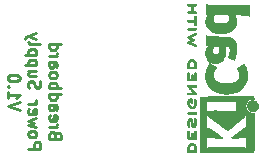
<source format=gbo>
%TF.GenerationSoftware,KiCad,Pcbnew,5.1.10-88a1d61d58~88~ubuntu20.04.1*%
%TF.CreationDate,2021-07-24T20:23:26-03:00*%
%TF.ProjectId,002_Breadboard_Power_Supply,3030325f-4272-4656-9164-626f6172645f,V1*%
%TF.SameCoordinates,Original*%
%TF.FileFunction,Legend,Bot*%
%TF.FilePolarity,Positive*%
%FSLAX46Y46*%
G04 Gerber Fmt 4.6, Leading zero omitted, Abs format (unit mm)*
G04 Created by KiCad (PCBNEW 5.1.10-88a1d61d58~88~ubuntu20.04.1) date 2021-07-24 20:23:26*
%MOMM*%
%LPD*%
G01*
G04 APERTURE LIST*
%ADD10C,0.250000*%
%ADD11C,0.010000*%
G04 APERTURE END LIST*
D10*
X81958428Y-100337476D02*
X81910809Y-100194619D01*
X81863190Y-100147000D01*
X81767952Y-100099380D01*
X81625095Y-100099380D01*
X81529857Y-100147000D01*
X81482238Y-100194619D01*
X81434619Y-100289857D01*
X81434619Y-100670809D01*
X82434619Y-100670809D01*
X82434619Y-100337476D01*
X82387000Y-100242238D01*
X82339380Y-100194619D01*
X82244142Y-100147000D01*
X82148904Y-100147000D01*
X82053666Y-100194619D01*
X82006047Y-100242238D01*
X81958428Y-100337476D01*
X81958428Y-100670809D01*
X81434619Y-99670809D02*
X82101285Y-99670809D01*
X81910809Y-99670809D02*
X82006047Y-99623190D01*
X82053666Y-99575571D01*
X82101285Y-99480333D01*
X82101285Y-99385095D01*
X81482238Y-98670809D02*
X81434619Y-98766047D01*
X81434619Y-98956523D01*
X81482238Y-99051761D01*
X81577476Y-99099380D01*
X81958428Y-99099380D01*
X82053666Y-99051761D01*
X82101285Y-98956523D01*
X82101285Y-98766047D01*
X82053666Y-98670809D01*
X81958428Y-98623190D01*
X81863190Y-98623190D01*
X81767952Y-99099380D01*
X81434619Y-97766047D02*
X81958428Y-97766047D01*
X82053666Y-97813666D01*
X82101285Y-97908904D01*
X82101285Y-98099380D01*
X82053666Y-98194619D01*
X81482238Y-97766047D02*
X81434619Y-97861285D01*
X81434619Y-98099380D01*
X81482238Y-98194619D01*
X81577476Y-98242238D01*
X81672714Y-98242238D01*
X81767952Y-98194619D01*
X81815571Y-98099380D01*
X81815571Y-97861285D01*
X81863190Y-97766047D01*
X81434619Y-96861285D02*
X82434619Y-96861285D01*
X81482238Y-96861285D02*
X81434619Y-96956523D01*
X81434619Y-97147000D01*
X81482238Y-97242238D01*
X81529857Y-97289857D01*
X81625095Y-97337476D01*
X81910809Y-97337476D01*
X82006047Y-97289857D01*
X82053666Y-97242238D01*
X82101285Y-97147000D01*
X82101285Y-96956523D01*
X82053666Y-96861285D01*
X81434619Y-96385095D02*
X82434619Y-96385095D01*
X82053666Y-96385095D02*
X82101285Y-96289857D01*
X82101285Y-96099380D01*
X82053666Y-96004142D01*
X82006047Y-95956523D01*
X81910809Y-95908904D01*
X81625095Y-95908904D01*
X81529857Y-95956523D01*
X81482238Y-96004142D01*
X81434619Y-96099380D01*
X81434619Y-96289857D01*
X81482238Y-96385095D01*
X81434619Y-95337476D02*
X81482238Y-95432714D01*
X81529857Y-95480333D01*
X81625095Y-95527952D01*
X81910809Y-95527952D01*
X82006047Y-95480333D01*
X82053666Y-95432714D01*
X82101285Y-95337476D01*
X82101285Y-95194619D01*
X82053666Y-95099380D01*
X82006047Y-95051761D01*
X81910809Y-95004142D01*
X81625095Y-95004142D01*
X81529857Y-95051761D01*
X81482238Y-95099380D01*
X81434619Y-95194619D01*
X81434619Y-95337476D01*
X81434619Y-94147000D02*
X81958428Y-94147000D01*
X82053666Y-94194619D01*
X82101285Y-94289857D01*
X82101285Y-94480333D01*
X82053666Y-94575571D01*
X81482238Y-94147000D02*
X81434619Y-94242238D01*
X81434619Y-94480333D01*
X81482238Y-94575571D01*
X81577476Y-94623190D01*
X81672714Y-94623190D01*
X81767952Y-94575571D01*
X81815571Y-94480333D01*
X81815571Y-94242238D01*
X81863190Y-94147000D01*
X81434619Y-93670809D02*
X82101285Y-93670809D01*
X81910809Y-93670809D02*
X82006047Y-93623190D01*
X82053666Y-93575571D01*
X82101285Y-93480333D01*
X82101285Y-93385095D01*
X81434619Y-92623190D02*
X82434619Y-92623190D01*
X81482238Y-92623190D02*
X81434619Y-92718428D01*
X81434619Y-92908904D01*
X81482238Y-93004142D01*
X81529857Y-93051761D01*
X81625095Y-93099380D01*
X81910809Y-93099380D01*
X82006047Y-93051761D01*
X82053666Y-93004142D01*
X82101285Y-92908904D01*
X82101285Y-92718428D01*
X82053666Y-92623190D01*
X79684619Y-101480333D02*
X80684619Y-101480333D01*
X80684619Y-101099380D01*
X80637000Y-101004142D01*
X80589380Y-100956523D01*
X80494142Y-100908904D01*
X80351285Y-100908904D01*
X80256047Y-100956523D01*
X80208428Y-101004142D01*
X80160809Y-101099380D01*
X80160809Y-101480333D01*
X79684619Y-100337476D02*
X79732238Y-100432714D01*
X79779857Y-100480333D01*
X79875095Y-100527952D01*
X80160809Y-100527952D01*
X80256047Y-100480333D01*
X80303666Y-100432714D01*
X80351285Y-100337476D01*
X80351285Y-100194619D01*
X80303666Y-100099380D01*
X80256047Y-100051761D01*
X80160809Y-100004142D01*
X79875095Y-100004142D01*
X79779857Y-100051761D01*
X79732238Y-100099380D01*
X79684619Y-100194619D01*
X79684619Y-100337476D01*
X80351285Y-99670809D02*
X79684619Y-99480333D01*
X80160809Y-99289857D01*
X79684619Y-99099380D01*
X80351285Y-98908904D01*
X79732238Y-98147000D02*
X79684619Y-98242238D01*
X79684619Y-98432714D01*
X79732238Y-98527952D01*
X79827476Y-98575571D01*
X80208428Y-98575571D01*
X80303666Y-98527952D01*
X80351285Y-98432714D01*
X80351285Y-98242238D01*
X80303666Y-98147000D01*
X80208428Y-98099380D01*
X80113190Y-98099380D01*
X80017952Y-98575571D01*
X79684619Y-97670809D02*
X80351285Y-97670809D01*
X80160809Y-97670809D02*
X80256047Y-97623190D01*
X80303666Y-97575571D01*
X80351285Y-97480333D01*
X80351285Y-97385095D01*
X79732238Y-96337476D02*
X79684619Y-96194619D01*
X79684619Y-95956523D01*
X79732238Y-95861285D01*
X79779857Y-95813666D01*
X79875095Y-95766047D01*
X79970333Y-95766047D01*
X80065571Y-95813666D01*
X80113190Y-95861285D01*
X80160809Y-95956523D01*
X80208428Y-96147000D01*
X80256047Y-96242238D01*
X80303666Y-96289857D01*
X80398904Y-96337476D01*
X80494142Y-96337476D01*
X80589380Y-96289857D01*
X80637000Y-96242238D01*
X80684619Y-96147000D01*
X80684619Y-95908904D01*
X80637000Y-95766047D01*
X80351285Y-94908904D02*
X79684619Y-94908904D01*
X80351285Y-95337476D02*
X79827476Y-95337476D01*
X79732238Y-95289857D01*
X79684619Y-95194619D01*
X79684619Y-95051761D01*
X79732238Y-94956523D01*
X79779857Y-94908904D01*
X80351285Y-94432714D02*
X79351285Y-94432714D01*
X80303666Y-94432714D02*
X80351285Y-94337476D01*
X80351285Y-94147000D01*
X80303666Y-94051761D01*
X80256047Y-94004142D01*
X80160809Y-93956523D01*
X79875095Y-93956523D01*
X79779857Y-94004142D01*
X79732238Y-94051761D01*
X79684619Y-94147000D01*
X79684619Y-94337476D01*
X79732238Y-94432714D01*
X80351285Y-93527952D02*
X79351285Y-93527952D01*
X80303666Y-93527952D02*
X80351285Y-93432714D01*
X80351285Y-93242238D01*
X80303666Y-93147000D01*
X80256047Y-93099380D01*
X80160809Y-93051761D01*
X79875095Y-93051761D01*
X79779857Y-93099380D01*
X79732238Y-93147000D01*
X79684619Y-93242238D01*
X79684619Y-93432714D01*
X79732238Y-93527952D01*
X79684619Y-92480333D02*
X79732238Y-92575571D01*
X79827476Y-92623190D01*
X80684619Y-92623190D01*
X80351285Y-92194619D02*
X79684619Y-91956523D01*
X80351285Y-91718428D02*
X79684619Y-91956523D01*
X79446523Y-92051761D01*
X79398904Y-92099380D01*
X79351285Y-92194619D01*
X78934619Y-98170809D02*
X77934619Y-97837476D01*
X78934619Y-97504142D01*
X77934619Y-96647000D02*
X77934619Y-97218428D01*
X77934619Y-96932714D02*
X78934619Y-96932714D01*
X78791761Y-97027952D01*
X78696523Y-97123190D01*
X78648904Y-97218428D01*
X78029857Y-96218428D02*
X77982238Y-96170809D01*
X77934619Y-96218428D01*
X77982238Y-96266047D01*
X78029857Y-96218428D01*
X77934619Y-96218428D01*
X78934619Y-95551761D02*
X78934619Y-95456523D01*
X78887000Y-95361285D01*
X78839380Y-95313666D01*
X78744142Y-95266047D01*
X78553666Y-95218428D01*
X78315571Y-95218428D01*
X78125095Y-95266047D01*
X78029857Y-95313666D01*
X77982238Y-95361285D01*
X77934619Y-95456523D01*
X77934619Y-95551761D01*
X77982238Y-95647000D01*
X78029857Y-95694619D01*
X78125095Y-95742238D01*
X78315571Y-95789857D01*
X78553666Y-95789857D01*
X78744142Y-95742238D01*
X78839380Y-95694619D01*
X78887000Y-95647000D01*
X78934619Y-95551761D01*
D11*
%TO.C,REF\u002A\u002A*%
G36*
X98649946Y-98450400D02*
G01*
X98536007Y-98439535D01*
X98428384Y-98407918D01*
X98329385Y-98357015D01*
X98241316Y-98288293D01*
X98166484Y-98203219D01*
X98108616Y-98106232D01*
X98068995Y-97999964D01*
X98050427Y-97892950D01*
X98051566Y-97787300D01*
X98071070Y-97685125D01*
X98107594Y-97588534D01*
X98159795Y-97499638D01*
X98226327Y-97420546D01*
X98305848Y-97353369D01*
X98397013Y-97300217D01*
X98498477Y-97263199D01*
X98608898Y-97244427D01*
X98658794Y-97242489D01*
X98746733Y-97242489D01*
X98746733Y-97190560D01*
X98743889Y-97154253D01*
X98732089Y-97127355D01*
X98708351Y-97100249D01*
X98669969Y-97061867D01*
X96478398Y-97061867D01*
X96216261Y-97061876D01*
X95975759Y-97061908D01*
X95755952Y-97061972D01*
X95555899Y-97062076D01*
X95374656Y-97062227D01*
X95211284Y-97062434D01*
X95064840Y-97062706D01*
X94934383Y-97063050D01*
X94818971Y-97063474D01*
X94717662Y-97063987D01*
X94629516Y-97064597D01*
X94553590Y-97065312D01*
X94488943Y-97066140D01*
X94434633Y-97067089D01*
X94389720Y-97068167D01*
X94353260Y-97069383D01*
X94324313Y-97070745D01*
X94301937Y-97072261D01*
X94285191Y-97073938D01*
X94273132Y-97075786D01*
X94264820Y-97077813D01*
X94259313Y-97080025D01*
X94257463Y-97081108D01*
X94250451Y-97085271D01*
X94244004Y-97088805D01*
X94238100Y-97092635D01*
X94232714Y-97097682D01*
X94227822Y-97104871D01*
X94223402Y-97115123D01*
X94219428Y-97129364D01*
X94215879Y-97148514D01*
X94212730Y-97173499D01*
X94209958Y-97205240D01*
X94207539Y-97244662D01*
X94205449Y-97292686D01*
X94203665Y-97350237D01*
X94202163Y-97418237D01*
X94200920Y-97497610D01*
X94199911Y-97589279D01*
X94199115Y-97694166D01*
X94198506Y-97813196D01*
X94198061Y-97947290D01*
X94197757Y-98097373D01*
X94197570Y-98264367D01*
X94197476Y-98449196D01*
X94197452Y-98652783D01*
X94197475Y-98876050D01*
X94197520Y-99119922D01*
X94197563Y-99385321D01*
X94197568Y-99423704D01*
X94197611Y-99690682D01*
X94197682Y-99936002D01*
X94197787Y-100160583D01*
X94197934Y-100365345D01*
X94198131Y-100551206D01*
X94198384Y-100719088D01*
X94198700Y-100869908D01*
X94199087Y-101004587D01*
X94199553Y-101124044D01*
X94200103Y-101229199D01*
X94200747Y-101320971D01*
X94201489Y-101400279D01*
X94202339Y-101468043D01*
X94203303Y-101525182D01*
X94204389Y-101572617D01*
X94205603Y-101611266D01*
X94206953Y-101642049D01*
X94208445Y-101665885D01*
X94210089Y-101683694D01*
X94211889Y-101696395D01*
X94213855Y-101704908D01*
X94215523Y-101709266D01*
X94219094Y-101717728D01*
X94221730Y-101725497D01*
X94224366Y-101732602D01*
X94227938Y-101739073D01*
X94233379Y-101744939D01*
X94241625Y-101750229D01*
X94253610Y-101754974D01*
X94270269Y-101759202D01*
X94292537Y-101762943D01*
X94321348Y-101766227D01*
X94357637Y-101769083D01*
X94402339Y-101771540D01*
X94456389Y-101773629D01*
X94520721Y-101775378D01*
X94596270Y-101776817D01*
X94683970Y-101777976D01*
X94784757Y-101778883D01*
X94899566Y-101779569D01*
X95029330Y-101780063D01*
X95174985Y-101780395D01*
X95337465Y-101780593D01*
X95517705Y-101780687D01*
X95716640Y-101780708D01*
X95935204Y-101780685D01*
X96174332Y-101780646D01*
X96434960Y-101780622D01*
X96477111Y-101780622D01*
X96740008Y-101780636D01*
X96981268Y-101780661D01*
X97201835Y-101780671D01*
X97402648Y-101780642D01*
X97584651Y-101780548D01*
X97748784Y-101780362D01*
X97895989Y-101780059D01*
X98027208Y-101779614D01*
X98137133Y-101779034D01*
X98137133Y-101476197D01*
X98079289Y-101436407D01*
X98063521Y-101425236D01*
X98049559Y-101415166D01*
X98036216Y-101406138D01*
X98022307Y-101398097D01*
X98006644Y-101390986D01*
X97988042Y-101384747D01*
X97965314Y-101379325D01*
X97937273Y-101374662D01*
X97902733Y-101370701D01*
X97860508Y-101367385D01*
X97809411Y-101364659D01*
X97748256Y-101362464D01*
X97675856Y-101360745D01*
X97591025Y-101359444D01*
X97492578Y-101358505D01*
X97379326Y-101357870D01*
X97250084Y-101357484D01*
X97103666Y-101357288D01*
X96938884Y-101357227D01*
X96754553Y-101357243D01*
X96549487Y-101357280D01*
X96426867Y-101357289D01*
X96209918Y-101357265D01*
X96014358Y-101357231D01*
X95839001Y-101357243D01*
X95682659Y-101357358D01*
X95544143Y-101357630D01*
X95422266Y-101358118D01*
X95315840Y-101358876D01*
X95223678Y-101359962D01*
X95144591Y-101361431D01*
X95077392Y-101363340D01*
X95020893Y-101365744D01*
X94973907Y-101368701D01*
X94935245Y-101372266D01*
X94903720Y-101376495D01*
X94878145Y-101381446D01*
X94857330Y-101387173D01*
X94840089Y-101393733D01*
X94825235Y-101401183D01*
X94811578Y-101409579D01*
X94797931Y-101418976D01*
X94783107Y-101429432D01*
X94774217Y-101435523D01*
X94716600Y-101474296D01*
X94716600Y-100942732D01*
X94716635Y-100819483D01*
X94716785Y-100716987D01*
X94717122Y-100633420D01*
X94717714Y-100566956D01*
X94718633Y-100515771D01*
X94719949Y-100478041D01*
X94721731Y-100451940D01*
X94724049Y-100435644D01*
X94726974Y-100427328D01*
X94730576Y-100425168D01*
X94734925Y-100427339D01*
X94736355Y-100428535D01*
X94773427Y-100453685D01*
X94826228Y-100479583D01*
X94888230Y-100503192D01*
X94914643Y-100511461D01*
X94932584Y-100516078D01*
X94953645Y-100519979D01*
X94979911Y-100523248D01*
X95013468Y-100525966D01*
X95056401Y-100528215D01*
X95110796Y-100530077D01*
X95178738Y-100531636D01*
X95262312Y-100532972D01*
X95363605Y-100534169D01*
X95484700Y-100535308D01*
X95529400Y-100535685D01*
X95654551Y-100536702D01*
X95758918Y-100537460D01*
X95844293Y-100537903D01*
X95912467Y-100537970D01*
X95965235Y-100537605D01*
X96004386Y-100536748D01*
X96031715Y-100535341D01*
X96049014Y-100533325D01*
X96058074Y-100530643D01*
X96060688Y-100527236D01*
X96058649Y-100523044D01*
X96054333Y-100518571D01*
X96041398Y-100508216D01*
X96012324Y-100486158D01*
X95969241Y-100453957D01*
X95914282Y-100413174D01*
X95849577Y-100365370D01*
X95777258Y-100312105D01*
X95699456Y-100254940D01*
X95618302Y-100195437D01*
X95535928Y-100135155D01*
X95454464Y-100075655D01*
X95376043Y-100018498D01*
X95302796Y-99965245D01*
X95236853Y-99917457D01*
X95180346Y-99876693D01*
X95135407Y-99844516D01*
X95104166Y-99822485D01*
X95097534Y-99817917D01*
X95060631Y-99794996D01*
X95012641Y-99768188D01*
X94963103Y-99742789D01*
X94956423Y-99739568D01*
X94908228Y-99717890D01*
X94870666Y-99705304D01*
X94834840Y-99699574D01*
X94792800Y-99698456D01*
X94716600Y-99699090D01*
X94716600Y-98544651D01*
X94810331Y-98635815D01*
X94860225Y-98682612D01*
X94916705Y-98732899D01*
X94970974Y-98778944D01*
X94996327Y-98799369D01*
X95035872Y-98829807D01*
X95089084Y-98869862D01*
X95154333Y-98918361D01*
X95229989Y-98974135D01*
X95314423Y-99036011D01*
X95406006Y-99102819D01*
X95503108Y-99173387D01*
X95604099Y-99246545D01*
X95707350Y-99321121D01*
X95811232Y-99395944D01*
X95914115Y-99469843D01*
X96014369Y-99541646D01*
X96110364Y-99610184D01*
X96200473Y-99674284D01*
X96283064Y-99732775D01*
X96356508Y-99784486D01*
X96419176Y-99828247D01*
X96469439Y-99862885D01*
X96505666Y-99887230D01*
X96526229Y-99900111D01*
X96530332Y-99901869D01*
X96541658Y-99893910D01*
X96568838Y-99873115D01*
X96610171Y-99840847D01*
X96663956Y-99798470D01*
X96728494Y-99747347D01*
X96802082Y-99688841D01*
X96883022Y-99624314D01*
X96969612Y-99555131D01*
X97060152Y-99482653D01*
X97152940Y-99408246D01*
X97227298Y-99348517D01*
X97227298Y-98337511D01*
X97214341Y-98331602D01*
X97192092Y-98317272D01*
X97190609Y-98316225D01*
X97160456Y-98297438D01*
X97123625Y-98277791D01*
X97115489Y-98273892D01*
X97107060Y-98270356D01*
X97096941Y-98267230D01*
X97083740Y-98264486D01*
X97066062Y-98262092D01*
X97042516Y-98260019D01*
X97011707Y-98258235D01*
X96972243Y-98256712D01*
X96922731Y-98255419D01*
X96861777Y-98254326D01*
X96787989Y-98253403D01*
X96699972Y-98252619D01*
X96596335Y-98251945D01*
X96475684Y-98251350D01*
X96336626Y-98250805D01*
X96177768Y-98250279D01*
X95998911Y-98249745D01*
X95813793Y-98249206D01*
X95649855Y-98248772D01*
X95505697Y-98248509D01*
X95379921Y-98248484D01*
X95271129Y-98248765D01*
X95177923Y-98249419D01*
X95098903Y-98250514D01*
X95032672Y-98252118D01*
X94977830Y-98254297D01*
X94932979Y-98257119D01*
X94896722Y-98260651D01*
X94867659Y-98264961D01*
X94844391Y-98270117D01*
X94825521Y-98276185D01*
X94809649Y-98283233D01*
X94795378Y-98291329D01*
X94781309Y-98300540D01*
X94768842Y-98309040D01*
X94742548Y-98326176D01*
X94724963Y-98336322D01*
X94721743Y-98337511D01*
X94720666Y-98326604D01*
X94719665Y-98295411D01*
X94718765Y-98246223D01*
X94717990Y-98181333D01*
X94717363Y-98103030D01*
X94716909Y-98013607D01*
X94716651Y-97915356D01*
X94716600Y-97846445D01*
X94716820Y-97741452D01*
X94717452Y-97644610D01*
X94718451Y-97558107D01*
X94719773Y-97484132D01*
X94721374Y-97424874D01*
X94723209Y-97382520D01*
X94725235Y-97359260D01*
X94726507Y-97355378D01*
X94741409Y-97363076D01*
X94749440Y-97371074D01*
X94766566Y-97384246D01*
X94796817Y-97401485D01*
X94821378Y-97413407D01*
X94880289Y-97440045D01*
X96057155Y-97443120D01*
X97234022Y-97446195D01*
X97234022Y-97891853D01*
X97233858Y-97989670D01*
X97233389Y-98080064D01*
X97232653Y-98160630D01*
X97231684Y-98228962D01*
X97230520Y-98282656D01*
X97229197Y-98319305D01*
X97227751Y-98336504D01*
X97227298Y-98337511D01*
X97227298Y-99348517D01*
X97246278Y-99333270D01*
X97338463Y-99259090D01*
X97427796Y-99187069D01*
X97512576Y-99118569D01*
X97591102Y-99054955D01*
X97661674Y-98997588D01*
X97722591Y-98947833D01*
X97772153Y-98907052D01*
X97792822Y-98889888D01*
X97893484Y-98803596D01*
X97976741Y-98726997D01*
X98044562Y-98658183D01*
X98098911Y-98595248D01*
X98106278Y-98585867D01*
X98136883Y-98546356D01*
X98137133Y-99678116D01*
X98089156Y-99672827D01*
X98031812Y-99676130D01*
X97963537Y-99697661D01*
X97883788Y-99737635D01*
X97811505Y-99782943D01*
X97788860Y-99799161D01*
X97751304Y-99827214D01*
X97700979Y-99865430D01*
X97640027Y-99912137D01*
X97570589Y-99965661D01*
X97494806Y-100024331D01*
X97414820Y-100086475D01*
X97332772Y-100150421D01*
X97250804Y-100214495D01*
X97171057Y-100277027D01*
X97095673Y-100336343D01*
X97026793Y-100390771D01*
X96966558Y-100438639D01*
X96917111Y-100478275D01*
X96880592Y-100508006D01*
X96859142Y-100526161D01*
X96855844Y-100529220D01*
X96863851Y-100532079D01*
X96894145Y-100534293D01*
X96946444Y-100535857D01*
X97020469Y-100536767D01*
X97115937Y-100537020D01*
X97232566Y-100536613D01*
X97352555Y-100535704D01*
X97484667Y-100534382D01*
X97596406Y-100532857D01*
X97689975Y-100530881D01*
X97767581Y-100528206D01*
X97831426Y-100524582D01*
X97883717Y-100519761D01*
X97926656Y-100513494D01*
X97962449Y-100505532D01*
X97993300Y-100495627D01*
X98021414Y-100483531D01*
X98048995Y-100468993D01*
X98074034Y-100454311D01*
X98137133Y-100416314D01*
X98137133Y-101476197D01*
X98137133Y-101779034D01*
X98143383Y-101779001D01*
X98245456Y-101778195D01*
X98334367Y-101777170D01*
X98411059Y-101775900D01*
X98476473Y-101774360D01*
X98531551Y-101772524D01*
X98577235Y-101770367D01*
X98614466Y-101767863D01*
X98644187Y-101764987D01*
X98667338Y-101761713D01*
X98684861Y-101758015D01*
X98697699Y-101753869D01*
X98706792Y-101749247D01*
X98713082Y-101744126D01*
X98717512Y-101738478D01*
X98721022Y-101732279D01*
X98724555Y-101725504D01*
X98728124Y-101719508D01*
X98730700Y-101714275D01*
X98733028Y-101706099D01*
X98735122Y-101693886D01*
X98736993Y-101676541D01*
X98738653Y-101652969D01*
X98740116Y-101622077D01*
X98741392Y-101582768D01*
X98742496Y-101533950D01*
X98743439Y-101474527D01*
X98744233Y-101403404D01*
X98744891Y-101319488D01*
X98745425Y-101221683D01*
X98745847Y-101108894D01*
X98746171Y-100980029D01*
X98746408Y-100833991D01*
X98746570Y-100669686D01*
X98746670Y-100486020D01*
X98746720Y-100281897D01*
X98746733Y-100070753D01*
X98746733Y-98450400D01*
X98649946Y-98450400D01*
G37*
X98649946Y-98450400D02*
X98536007Y-98439535D01*
X98428384Y-98407918D01*
X98329385Y-98357015D01*
X98241316Y-98288293D01*
X98166484Y-98203219D01*
X98108616Y-98106232D01*
X98068995Y-97999964D01*
X98050427Y-97892950D01*
X98051566Y-97787300D01*
X98071070Y-97685125D01*
X98107594Y-97588534D01*
X98159795Y-97499638D01*
X98226327Y-97420546D01*
X98305848Y-97353369D01*
X98397013Y-97300217D01*
X98498477Y-97263199D01*
X98608898Y-97244427D01*
X98658794Y-97242489D01*
X98746733Y-97242489D01*
X98746733Y-97190560D01*
X98743889Y-97154253D01*
X98732089Y-97127355D01*
X98708351Y-97100249D01*
X98669969Y-97061867D01*
X96478398Y-97061867D01*
X96216261Y-97061876D01*
X95975759Y-97061908D01*
X95755952Y-97061972D01*
X95555899Y-97062076D01*
X95374656Y-97062227D01*
X95211284Y-97062434D01*
X95064840Y-97062706D01*
X94934383Y-97063050D01*
X94818971Y-97063474D01*
X94717662Y-97063987D01*
X94629516Y-97064597D01*
X94553590Y-97065312D01*
X94488943Y-97066140D01*
X94434633Y-97067089D01*
X94389720Y-97068167D01*
X94353260Y-97069383D01*
X94324313Y-97070745D01*
X94301937Y-97072261D01*
X94285191Y-97073938D01*
X94273132Y-97075786D01*
X94264820Y-97077813D01*
X94259313Y-97080025D01*
X94257463Y-97081108D01*
X94250451Y-97085271D01*
X94244004Y-97088805D01*
X94238100Y-97092635D01*
X94232714Y-97097682D01*
X94227822Y-97104871D01*
X94223402Y-97115123D01*
X94219428Y-97129364D01*
X94215879Y-97148514D01*
X94212730Y-97173499D01*
X94209958Y-97205240D01*
X94207539Y-97244662D01*
X94205449Y-97292686D01*
X94203665Y-97350237D01*
X94202163Y-97418237D01*
X94200920Y-97497610D01*
X94199911Y-97589279D01*
X94199115Y-97694166D01*
X94198506Y-97813196D01*
X94198061Y-97947290D01*
X94197757Y-98097373D01*
X94197570Y-98264367D01*
X94197476Y-98449196D01*
X94197452Y-98652783D01*
X94197475Y-98876050D01*
X94197520Y-99119922D01*
X94197563Y-99385321D01*
X94197568Y-99423704D01*
X94197611Y-99690682D01*
X94197682Y-99936002D01*
X94197787Y-100160583D01*
X94197934Y-100365345D01*
X94198131Y-100551206D01*
X94198384Y-100719088D01*
X94198700Y-100869908D01*
X94199087Y-101004587D01*
X94199553Y-101124044D01*
X94200103Y-101229199D01*
X94200747Y-101320971D01*
X94201489Y-101400279D01*
X94202339Y-101468043D01*
X94203303Y-101525182D01*
X94204389Y-101572617D01*
X94205603Y-101611266D01*
X94206953Y-101642049D01*
X94208445Y-101665885D01*
X94210089Y-101683694D01*
X94211889Y-101696395D01*
X94213855Y-101704908D01*
X94215523Y-101709266D01*
X94219094Y-101717728D01*
X94221730Y-101725497D01*
X94224366Y-101732602D01*
X94227938Y-101739073D01*
X94233379Y-101744939D01*
X94241625Y-101750229D01*
X94253610Y-101754974D01*
X94270269Y-101759202D01*
X94292537Y-101762943D01*
X94321348Y-101766227D01*
X94357637Y-101769083D01*
X94402339Y-101771540D01*
X94456389Y-101773629D01*
X94520721Y-101775378D01*
X94596270Y-101776817D01*
X94683970Y-101777976D01*
X94784757Y-101778883D01*
X94899566Y-101779569D01*
X95029330Y-101780063D01*
X95174985Y-101780395D01*
X95337465Y-101780593D01*
X95517705Y-101780687D01*
X95716640Y-101780708D01*
X95935204Y-101780685D01*
X96174332Y-101780646D01*
X96434960Y-101780622D01*
X96477111Y-101780622D01*
X96740008Y-101780636D01*
X96981268Y-101780661D01*
X97201835Y-101780671D01*
X97402648Y-101780642D01*
X97584651Y-101780548D01*
X97748784Y-101780362D01*
X97895989Y-101780059D01*
X98027208Y-101779614D01*
X98137133Y-101779034D01*
X98137133Y-101476197D01*
X98079289Y-101436407D01*
X98063521Y-101425236D01*
X98049559Y-101415166D01*
X98036216Y-101406138D01*
X98022307Y-101398097D01*
X98006644Y-101390986D01*
X97988042Y-101384747D01*
X97965314Y-101379325D01*
X97937273Y-101374662D01*
X97902733Y-101370701D01*
X97860508Y-101367385D01*
X97809411Y-101364659D01*
X97748256Y-101362464D01*
X97675856Y-101360745D01*
X97591025Y-101359444D01*
X97492578Y-101358505D01*
X97379326Y-101357870D01*
X97250084Y-101357484D01*
X97103666Y-101357288D01*
X96938884Y-101357227D01*
X96754553Y-101357243D01*
X96549487Y-101357280D01*
X96426867Y-101357289D01*
X96209918Y-101357265D01*
X96014358Y-101357231D01*
X95839001Y-101357243D01*
X95682659Y-101357358D01*
X95544143Y-101357630D01*
X95422266Y-101358118D01*
X95315840Y-101358876D01*
X95223678Y-101359962D01*
X95144591Y-101361431D01*
X95077392Y-101363340D01*
X95020893Y-101365744D01*
X94973907Y-101368701D01*
X94935245Y-101372266D01*
X94903720Y-101376495D01*
X94878145Y-101381446D01*
X94857330Y-101387173D01*
X94840089Y-101393733D01*
X94825235Y-101401183D01*
X94811578Y-101409579D01*
X94797931Y-101418976D01*
X94783107Y-101429432D01*
X94774217Y-101435523D01*
X94716600Y-101474296D01*
X94716600Y-100942732D01*
X94716635Y-100819483D01*
X94716785Y-100716987D01*
X94717122Y-100633420D01*
X94717714Y-100566956D01*
X94718633Y-100515771D01*
X94719949Y-100478041D01*
X94721731Y-100451940D01*
X94724049Y-100435644D01*
X94726974Y-100427328D01*
X94730576Y-100425168D01*
X94734925Y-100427339D01*
X94736355Y-100428535D01*
X94773427Y-100453685D01*
X94826228Y-100479583D01*
X94888230Y-100503192D01*
X94914643Y-100511461D01*
X94932584Y-100516078D01*
X94953645Y-100519979D01*
X94979911Y-100523248D01*
X95013468Y-100525966D01*
X95056401Y-100528215D01*
X95110796Y-100530077D01*
X95178738Y-100531636D01*
X95262312Y-100532972D01*
X95363605Y-100534169D01*
X95484700Y-100535308D01*
X95529400Y-100535685D01*
X95654551Y-100536702D01*
X95758918Y-100537460D01*
X95844293Y-100537903D01*
X95912467Y-100537970D01*
X95965235Y-100537605D01*
X96004386Y-100536748D01*
X96031715Y-100535341D01*
X96049014Y-100533325D01*
X96058074Y-100530643D01*
X96060688Y-100527236D01*
X96058649Y-100523044D01*
X96054333Y-100518571D01*
X96041398Y-100508216D01*
X96012324Y-100486158D01*
X95969241Y-100453957D01*
X95914282Y-100413174D01*
X95849577Y-100365370D01*
X95777258Y-100312105D01*
X95699456Y-100254940D01*
X95618302Y-100195437D01*
X95535928Y-100135155D01*
X95454464Y-100075655D01*
X95376043Y-100018498D01*
X95302796Y-99965245D01*
X95236853Y-99917457D01*
X95180346Y-99876693D01*
X95135407Y-99844516D01*
X95104166Y-99822485D01*
X95097534Y-99817917D01*
X95060631Y-99794996D01*
X95012641Y-99768188D01*
X94963103Y-99742789D01*
X94956423Y-99739568D01*
X94908228Y-99717890D01*
X94870666Y-99705304D01*
X94834840Y-99699574D01*
X94792800Y-99698456D01*
X94716600Y-99699090D01*
X94716600Y-98544651D01*
X94810331Y-98635815D01*
X94860225Y-98682612D01*
X94916705Y-98732899D01*
X94970974Y-98778944D01*
X94996327Y-98799369D01*
X95035872Y-98829807D01*
X95089084Y-98869862D01*
X95154333Y-98918361D01*
X95229989Y-98974135D01*
X95314423Y-99036011D01*
X95406006Y-99102819D01*
X95503108Y-99173387D01*
X95604099Y-99246545D01*
X95707350Y-99321121D01*
X95811232Y-99395944D01*
X95914115Y-99469843D01*
X96014369Y-99541646D01*
X96110364Y-99610184D01*
X96200473Y-99674284D01*
X96283064Y-99732775D01*
X96356508Y-99784486D01*
X96419176Y-99828247D01*
X96469439Y-99862885D01*
X96505666Y-99887230D01*
X96526229Y-99900111D01*
X96530332Y-99901869D01*
X96541658Y-99893910D01*
X96568838Y-99873115D01*
X96610171Y-99840847D01*
X96663956Y-99798470D01*
X96728494Y-99747347D01*
X96802082Y-99688841D01*
X96883022Y-99624314D01*
X96969612Y-99555131D01*
X97060152Y-99482653D01*
X97152940Y-99408246D01*
X97227298Y-99348517D01*
X97227298Y-98337511D01*
X97214341Y-98331602D01*
X97192092Y-98317272D01*
X97190609Y-98316225D01*
X97160456Y-98297438D01*
X97123625Y-98277791D01*
X97115489Y-98273892D01*
X97107060Y-98270356D01*
X97096941Y-98267230D01*
X97083740Y-98264486D01*
X97066062Y-98262092D01*
X97042516Y-98260019D01*
X97011707Y-98258235D01*
X96972243Y-98256712D01*
X96922731Y-98255419D01*
X96861777Y-98254326D01*
X96787989Y-98253403D01*
X96699972Y-98252619D01*
X96596335Y-98251945D01*
X96475684Y-98251350D01*
X96336626Y-98250805D01*
X96177768Y-98250279D01*
X95998911Y-98249745D01*
X95813793Y-98249206D01*
X95649855Y-98248772D01*
X95505697Y-98248509D01*
X95379921Y-98248484D01*
X95271129Y-98248765D01*
X95177923Y-98249419D01*
X95098903Y-98250514D01*
X95032672Y-98252118D01*
X94977830Y-98254297D01*
X94932979Y-98257119D01*
X94896722Y-98260651D01*
X94867659Y-98264961D01*
X94844391Y-98270117D01*
X94825521Y-98276185D01*
X94809649Y-98283233D01*
X94795378Y-98291329D01*
X94781309Y-98300540D01*
X94768842Y-98309040D01*
X94742548Y-98326176D01*
X94724963Y-98336322D01*
X94721743Y-98337511D01*
X94720666Y-98326604D01*
X94719665Y-98295411D01*
X94718765Y-98246223D01*
X94717990Y-98181333D01*
X94717363Y-98103030D01*
X94716909Y-98013607D01*
X94716651Y-97915356D01*
X94716600Y-97846445D01*
X94716820Y-97741452D01*
X94717452Y-97644610D01*
X94718451Y-97558107D01*
X94719773Y-97484132D01*
X94721374Y-97424874D01*
X94723209Y-97382520D01*
X94725235Y-97359260D01*
X94726507Y-97355378D01*
X94741409Y-97363076D01*
X94749440Y-97371074D01*
X94766566Y-97384246D01*
X94796817Y-97401485D01*
X94821378Y-97413407D01*
X94880289Y-97440045D01*
X96057155Y-97443120D01*
X97234022Y-97446195D01*
X97234022Y-97891853D01*
X97233858Y-97989670D01*
X97233389Y-98080064D01*
X97232653Y-98160630D01*
X97231684Y-98228962D01*
X97230520Y-98282656D01*
X97229197Y-98319305D01*
X97227751Y-98336504D01*
X97227298Y-98337511D01*
X97227298Y-99348517D01*
X97246278Y-99333270D01*
X97338463Y-99259090D01*
X97427796Y-99187069D01*
X97512576Y-99118569D01*
X97591102Y-99054955D01*
X97661674Y-98997588D01*
X97722591Y-98947833D01*
X97772153Y-98907052D01*
X97792822Y-98889888D01*
X97893484Y-98803596D01*
X97976741Y-98726997D01*
X98044562Y-98658183D01*
X98098911Y-98595248D01*
X98106278Y-98585867D01*
X98136883Y-98546356D01*
X98137133Y-99678116D01*
X98089156Y-99672827D01*
X98031812Y-99676130D01*
X97963537Y-99697661D01*
X97883788Y-99737635D01*
X97811505Y-99782943D01*
X97788860Y-99799161D01*
X97751304Y-99827214D01*
X97700979Y-99865430D01*
X97640027Y-99912137D01*
X97570589Y-99965661D01*
X97494806Y-100024331D01*
X97414820Y-100086475D01*
X97332772Y-100150421D01*
X97250804Y-100214495D01*
X97171057Y-100277027D01*
X97095673Y-100336343D01*
X97026793Y-100390771D01*
X96966558Y-100438639D01*
X96917111Y-100478275D01*
X96880592Y-100508006D01*
X96859142Y-100526161D01*
X96855844Y-100529220D01*
X96863851Y-100532079D01*
X96894145Y-100534293D01*
X96946444Y-100535857D01*
X97020469Y-100536767D01*
X97115937Y-100537020D01*
X97232566Y-100536613D01*
X97352555Y-100535704D01*
X97484667Y-100534382D01*
X97596406Y-100532857D01*
X97689975Y-100530881D01*
X97767581Y-100528206D01*
X97831426Y-100524582D01*
X97883717Y-100519761D01*
X97926656Y-100513494D01*
X97962449Y-100505532D01*
X97993300Y-100495627D01*
X98021414Y-100483531D01*
X98048995Y-100468993D01*
X98074034Y-100454311D01*
X98137133Y-100416314D01*
X98137133Y-101476197D01*
X98137133Y-101779034D01*
X98143383Y-101779001D01*
X98245456Y-101778195D01*
X98334367Y-101777170D01*
X98411059Y-101775900D01*
X98476473Y-101774360D01*
X98531551Y-101772524D01*
X98577235Y-101770367D01*
X98614466Y-101767863D01*
X98644187Y-101764987D01*
X98667338Y-101761713D01*
X98684861Y-101758015D01*
X98697699Y-101753869D01*
X98706792Y-101749247D01*
X98713082Y-101744126D01*
X98717512Y-101738478D01*
X98721022Y-101732279D01*
X98724555Y-101725504D01*
X98728124Y-101719508D01*
X98730700Y-101714275D01*
X98733028Y-101706099D01*
X98735122Y-101693886D01*
X98736993Y-101676541D01*
X98738653Y-101652969D01*
X98740116Y-101622077D01*
X98741392Y-101582768D01*
X98742496Y-101533950D01*
X98743439Y-101474527D01*
X98744233Y-101403404D01*
X98744891Y-101319488D01*
X98745425Y-101221683D01*
X98745847Y-101108894D01*
X98746171Y-100980029D01*
X98746408Y-100833991D01*
X98746570Y-100669686D01*
X98746670Y-100486020D01*
X98746720Y-100281897D01*
X98746733Y-100070753D01*
X98746733Y-98450400D01*
X98649946Y-98450400D01*
G36*
X98189929Y-95175571D02*
G01*
X98168755Y-95015430D01*
X98128615Y-94851490D01*
X98069111Y-94681687D01*
X97989846Y-94503957D01*
X97984301Y-94492690D01*
X97956275Y-94434995D01*
X97932198Y-94383448D01*
X97913751Y-94341809D01*
X97902614Y-94313838D01*
X97900067Y-94304267D01*
X97895059Y-94285050D01*
X97890853Y-94280439D01*
X97880420Y-94285542D01*
X97854132Y-94301582D01*
X97814743Y-94326712D01*
X97765009Y-94359086D01*
X97707685Y-94396857D01*
X97645524Y-94438178D01*
X97581282Y-94481202D01*
X97517715Y-94524083D01*
X97457575Y-94564974D01*
X97403620Y-94602029D01*
X97358603Y-94633400D01*
X97325279Y-94657241D01*
X97306403Y-94671706D01*
X97304213Y-94673691D01*
X97308862Y-94683809D01*
X97326038Y-94706150D01*
X97352560Y-94736720D01*
X97367036Y-94752464D01*
X97442318Y-94848953D01*
X97497759Y-94955664D01*
X97532859Y-95071168D01*
X97547120Y-95194038D01*
X97545949Y-95263439D01*
X97528788Y-95384577D01*
X97492906Y-95493795D01*
X97438041Y-95591418D01*
X97363930Y-95677772D01*
X97270312Y-95753185D01*
X97156924Y-95817982D01*
X97070333Y-95855399D01*
X96934634Y-95899252D01*
X96787150Y-95931572D01*
X96631686Y-95952443D01*
X96472044Y-95961949D01*
X96312027Y-95960173D01*
X96155439Y-95947197D01*
X96006082Y-95923106D01*
X95867760Y-95887982D01*
X95744276Y-95841908D01*
X95710022Y-95825627D01*
X95595936Y-95757380D01*
X95499443Y-95676921D01*
X95421330Y-95585430D01*
X95362383Y-95484089D01*
X95323388Y-95374080D01*
X95305132Y-95256585D01*
X95303789Y-95215117D01*
X95314710Y-95093559D01*
X95347526Y-94973122D01*
X95401561Y-94855334D01*
X95476135Y-94741723D01*
X95554461Y-94650315D01*
X95598992Y-94603785D01*
X95301729Y-94422517D01*
X95227567Y-94377420D01*
X95159354Y-94336181D01*
X95099541Y-94300265D01*
X95050580Y-94271134D01*
X95014921Y-94250250D01*
X94995016Y-94239076D01*
X94991921Y-94237625D01*
X94982282Y-94245854D01*
X94965001Y-94271433D01*
X94941717Y-94311127D01*
X94914066Y-94361703D01*
X94883685Y-94419926D01*
X94852210Y-94482563D01*
X94821278Y-94546379D01*
X94792527Y-94608140D01*
X94767592Y-94664612D01*
X94748111Y-94712562D01*
X94739682Y-94736014D01*
X94701867Y-94869779D01*
X94676864Y-95007673D01*
X94663860Y-95155378D01*
X94661532Y-95282167D01*
X94662627Y-95350122D01*
X94664725Y-95415723D01*
X94667566Y-95473153D01*
X94670894Y-95516597D01*
X94672578Y-95530702D01*
X94701413Y-95669716D01*
X94746532Y-95811243D01*
X94805250Y-95948725D01*
X94874880Y-96075606D01*
X94927559Y-96153111D01*
X95035761Y-96280519D01*
X95162329Y-96398822D01*
X95304134Y-96505828D01*
X95458049Y-96599348D01*
X95620947Y-96677190D01*
X95738244Y-96721044D01*
X95921872Y-96771292D01*
X96116419Y-96804791D01*
X96317675Y-96821551D01*
X96521432Y-96821584D01*
X96723479Y-96804899D01*
X96919608Y-96771507D01*
X97105609Y-96721420D01*
X97117197Y-96717603D01*
X97279250Y-96654719D01*
X97427168Y-96577972D01*
X97565135Y-96484758D01*
X97697339Y-96372473D01*
X97742601Y-96328608D01*
X97866543Y-96192466D01*
X97969085Y-96052509D01*
X98051344Y-95906589D01*
X98114436Y-95752558D01*
X98159477Y-95588268D01*
X98176967Y-95492711D01*
X98192534Y-95333977D01*
X98189929Y-95175571D01*
G37*
X98189929Y-95175571D02*
X98168755Y-95015430D01*
X98128615Y-94851490D01*
X98069111Y-94681687D01*
X97989846Y-94503957D01*
X97984301Y-94492690D01*
X97956275Y-94434995D01*
X97932198Y-94383448D01*
X97913751Y-94341809D01*
X97902614Y-94313838D01*
X97900067Y-94304267D01*
X97895059Y-94285050D01*
X97890853Y-94280439D01*
X97880420Y-94285542D01*
X97854132Y-94301582D01*
X97814743Y-94326712D01*
X97765009Y-94359086D01*
X97707685Y-94396857D01*
X97645524Y-94438178D01*
X97581282Y-94481202D01*
X97517715Y-94524083D01*
X97457575Y-94564974D01*
X97403620Y-94602029D01*
X97358603Y-94633400D01*
X97325279Y-94657241D01*
X97306403Y-94671706D01*
X97304213Y-94673691D01*
X97308862Y-94683809D01*
X97326038Y-94706150D01*
X97352560Y-94736720D01*
X97367036Y-94752464D01*
X97442318Y-94848953D01*
X97497759Y-94955664D01*
X97532859Y-95071168D01*
X97547120Y-95194038D01*
X97545949Y-95263439D01*
X97528788Y-95384577D01*
X97492906Y-95493795D01*
X97438041Y-95591418D01*
X97363930Y-95677772D01*
X97270312Y-95753185D01*
X97156924Y-95817982D01*
X97070333Y-95855399D01*
X96934634Y-95899252D01*
X96787150Y-95931572D01*
X96631686Y-95952443D01*
X96472044Y-95961949D01*
X96312027Y-95960173D01*
X96155439Y-95947197D01*
X96006082Y-95923106D01*
X95867760Y-95887982D01*
X95744276Y-95841908D01*
X95710022Y-95825627D01*
X95595936Y-95757380D01*
X95499443Y-95676921D01*
X95421330Y-95585430D01*
X95362383Y-95484089D01*
X95323388Y-95374080D01*
X95305132Y-95256585D01*
X95303789Y-95215117D01*
X95314710Y-95093559D01*
X95347526Y-94973122D01*
X95401561Y-94855334D01*
X95476135Y-94741723D01*
X95554461Y-94650315D01*
X95598992Y-94603785D01*
X95301729Y-94422517D01*
X95227567Y-94377420D01*
X95159354Y-94336181D01*
X95099541Y-94300265D01*
X95050580Y-94271134D01*
X95014921Y-94250250D01*
X94995016Y-94239076D01*
X94991921Y-94237625D01*
X94982282Y-94245854D01*
X94965001Y-94271433D01*
X94941717Y-94311127D01*
X94914066Y-94361703D01*
X94883685Y-94419926D01*
X94852210Y-94482563D01*
X94821278Y-94546379D01*
X94792527Y-94608140D01*
X94767592Y-94664612D01*
X94748111Y-94712562D01*
X94739682Y-94736014D01*
X94701867Y-94869779D01*
X94676864Y-95007673D01*
X94663860Y-95155378D01*
X94661532Y-95282167D01*
X94662627Y-95350122D01*
X94664725Y-95415723D01*
X94667566Y-95473153D01*
X94670894Y-95516597D01*
X94672578Y-95530702D01*
X94701413Y-95669716D01*
X94746532Y-95811243D01*
X94805250Y-95948725D01*
X94874880Y-96075606D01*
X94927559Y-96153111D01*
X95035761Y-96280519D01*
X95162329Y-96398822D01*
X95304134Y-96505828D01*
X95458049Y-96599348D01*
X95620947Y-96677190D01*
X95738244Y-96721044D01*
X95921872Y-96771292D01*
X96116419Y-96804791D01*
X96317675Y-96821551D01*
X96521432Y-96821584D01*
X96723479Y-96804899D01*
X96919608Y-96771507D01*
X97105609Y-96721420D01*
X97117197Y-96717603D01*
X97279250Y-96654719D01*
X97427168Y-96577972D01*
X97565135Y-96484758D01*
X97697339Y-96372473D01*
X97742601Y-96328608D01*
X97866543Y-96192466D01*
X97969085Y-96052509D01*
X98051344Y-95906589D01*
X98114436Y-95752558D01*
X98159477Y-95588268D01*
X98176967Y-95492711D01*
X98192534Y-95333977D01*
X98189929Y-95175571D01*
G36*
X97272448Y-92830426D02*
G01*
X97252433Y-92678508D01*
X97218798Y-92543244D01*
X97171275Y-92423761D01*
X97109595Y-92319185D01*
X97046035Y-92241576D01*
X96971901Y-92172735D01*
X96892129Y-92118994D01*
X96799909Y-92076090D01*
X96756839Y-92060616D01*
X96717858Y-92047756D01*
X96681711Y-92036554D01*
X96646566Y-92026880D01*
X96610590Y-92018604D01*
X96571950Y-92011597D01*
X96528815Y-92005728D01*
X96479351Y-92000869D01*
X96421727Y-91996890D01*
X96354109Y-91993660D01*
X96274666Y-91991051D01*
X96181564Y-91988933D01*
X96072973Y-91987176D01*
X95947058Y-91985651D01*
X95801988Y-91984228D01*
X95659222Y-91982975D01*
X95503032Y-91981649D01*
X95367761Y-91980444D01*
X95251754Y-91979234D01*
X95153355Y-91977894D01*
X95070907Y-91976300D01*
X95002754Y-91974325D01*
X94947240Y-91971844D01*
X94902708Y-91968731D01*
X94867502Y-91964862D01*
X94839966Y-91960111D01*
X94818444Y-91954352D01*
X94801278Y-91947461D01*
X94786814Y-91939311D01*
X94773394Y-91929777D01*
X94759362Y-91918734D01*
X94753929Y-91914434D01*
X94731090Y-91898614D01*
X94715537Y-91891578D01*
X94715078Y-91891556D01*
X94712879Y-91902433D01*
X94710853Y-91933418D01*
X94709058Y-91982043D01*
X94707549Y-92045837D01*
X94706384Y-92122331D01*
X94705620Y-92209056D01*
X94705314Y-92303543D01*
X94705311Y-92314450D01*
X94705311Y-92737343D01*
X94801378Y-92740605D01*
X94897444Y-92743867D01*
X94846457Y-92805956D01*
X94778943Y-92903286D01*
X94724251Y-93013187D01*
X94694022Y-93099651D01*
X94679334Y-93168722D01*
X94669341Y-93252075D01*
X94664354Y-93341841D01*
X94664687Y-93430155D01*
X94670649Y-93509149D01*
X94676362Y-93545378D01*
X94714224Y-93685397D01*
X94769068Y-93811822D01*
X94840076Y-93923740D01*
X94926432Y-94020238D01*
X95027321Y-94100400D01*
X95141924Y-94163313D01*
X95268016Y-94207688D01*
X95324599Y-94220022D01*
X95386798Y-94227632D01*
X95461637Y-94231261D01*
X95495533Y-94231755D01*
X95498718Y-94231690D01*
X95498718Y-93471752D01*
X95423667Y-93462459D01*
X95359840Y-93434272D01*
X95304202Y-93385803D01*
X95299789Y-93380746D01*
X95264963Y-93332452D01*
X95242380Y-93280743D01*
X95230460Y-93220011D01*
X95227617Y-93144648D01*
X95228022Y-93126541D01*
X95230675Y-93072722D01*
X95236091Y-93032692D01*
X95246255Y-92997676D01*
X95263150Y-92958897D01*
X95268328Y-92948255D01*
X95304156Y-92887604D01*
X95346788Y-92840785D01*
X95362027Y-92828048D01*
X95418538Y-92783378D01*
X95614414Y-92783378D01*
X95693061Y-92783914D01*
X95751012Y-92785604D01*
X95790125Y-92788572D01*
X95812259Y-92792943D01*
X95818726Y-92797028D01*
X95821889Y-92812953D01*
X95824512Y-92846736D01*
X95826345Y-92893660D01*
X95827143Y-92949007D01*
X95827158Y-92957894D01*
X95821904Y-93078670D01*
X95805737Y-93181340D01*
X95778039Y-93267894D01*
X95738192Y-93340319D01*
X95691242Y-93395249D01*
X95633355Y-93439796D01*
X95570307Y-93464520D01*
X95498718Y-93471752D01*
X95498718Y-94231690D01*
X95589288Y-94229822D01*
X95668188Y-94221478D01*
X95739410Y-94205232D01*
X95810136Y-94179595D01*
X95862507Y-94155599D01*
X95957804Y-94096980D01*
X96045830Y-94018883D01*
X96124983Y-93923685D01*
X96193660Y-93813762D01*
X96250259Y-93691490D01*
X96293179Y-93559245D01*
X96308118Y-93494578D01*
X96330223Y-93358396D01*
X96344806Y-93209951D01*
X96351187Y-93058495D01*
X96349555Y-92931936D01*
X96342776Y-92770050D01*
X96401755Y-92777470D01*
X96500908Y-92796762D01*
X96581628Y-92827896D01*
X96644534Y-92871731D01*
X96690244Y-92929129D01*
X96719378Y-93000952D01*
X96732553Y-93088059D01*
X96730389Y-93191314D01*
X96726388Y-93229289D01*
X96701220Y-93370480D01*
X96660186Y-93507293D01*
X96622185Y-93601822D01*
X96602810Y-93646982D01*
X96587240Y-93685415D01*
X96577595Y-93711766D01*
X96575548Y-93719454D01*
X96584626Y-93729198D01*
X96613595Y-93745917D01*
X96662783Y-93769768D01*
X96732516Y-93800907D01*
X96823121Y-93839493D01*
X96838911Y-93846090D01*
X96911228Y-93876147D01*
X96976575Y-93903126D01*
X97032094Y-93925864D01*
X97074928Y-93943194D01*
X97102219Y-93953952D01*
X97111058Y-93957059D01*
X97115813Y-93947060D01*
X97121090Y-93920783D01*
X97124769Y-93892511D01*
X97129526Y-93862354D01*
X97138972Y-93814567D01*
X97152180Y-93753388D01*
X97168224Y-93683054D01*
X97186180Y-93607806D01*
X97193203Y-93579245D01*
X97218791Y-93474184D01*
X97238853Y-93386520D01*
X97254031Y-93311932D01*
X97264965Y-93246097D01*
X97272296Y-93184693D01*
X97276665Y-93123398D01*
X97278713Y-93057890D01*
X97279111Y-92999872D01*
X97272448Y-92830426D01*
G37*
X97272448Y-92830426D02*
X97252433Y-92678508D01*
X97218798Y-92543244D01*
X97171275Y-92423761D01*
X97109595Y-92319185D01*
X97046035Y-92241576D01*
X96971901Y-92172735D01*
X96892129Y-92118994D01*
X96799909Y-92076090D01*
X96756839Y-92060616D01*
X96717858Y-92047756D01*
X96681711Y-92036554D01*
X96646566Y-92026880D01*
X96610590Y-92018604D01*
X96571950Y-92011597D01*
X96528815Y-92005728D01*
X96479351Y-92000869D01*
X96421727Y-91996890D01*
X96354109Y-91993660D01*
X96274666Y-91991051D01*
X96181564Y-91988933D01*
X96072973Y-91987176D01*
X95947058Y-91985651D01*
X95801988Y-91984228D01*
X95659222Y-91982975D01*
X95503032Y-91981649D01*
X95367761Y-91980444D01*
X95251754Y-91979234D01*
X95153355Y-91977894D01*
X95070907Y-91976300D01*
X95002754Y-91974325D01*
X94947240Y-91971844D01*
X94902708Y-91968731D01*
X94867502Y-91964862D01*
X94839966Y-91960111D01*
X94818444Y-91954352D01*
X94801278Y-91947461D01*
X94786814Y-91939311D01*
X94773394Y-91929777D01*
X94759362Y-91918734D01*
X94753929Y-91914434D01*
X94731090Y-91898614D01*
X94715537Y-91891578D01*
X94715078Y-91891556D01*
X94712879Y-91902433D01*
X94710853Y-91933418D01*
X94709058Y-91982043D01*
X94707549Y-92045837D01*
X94706384Y-92122331D01*
X94705620Y-92209056D01*
X94705314Y-92303543D01*
X94705311Y-92314450D01*
X94705311Y-92737343D01*
X94801378Y-92740605D01*
X94897444Y-92743867D01*
X94846457Y-92805956D01*
X94778943Y-92903286D01*
X94724251Y-93013187D01*
X94694022Y-93099651D01*
X94679334Y-93168722D01*
X94669341Y-93252075D01*
X94664354Y-93341841D01*
X94664687Y-93430155D01*
X94670649Y-93509149D01*
X94676362Y-93545378D01*
X94714224Y-93685397D01*
X94769068Y-93811822D01*
X94840076Y-93923740D01*
X94926432Y-94020238D01*
X95027321Y-94100400D01*
X95141924Y-94163313D01*
X95268016Y-94207688D01*
X95324599Y-94220022D01*
X95386798Y-94227632D01*
X95461637Y-94231261D01*
X95495533Y-94231755D01*
X95498718Y-94231690D01*
X95498718Y-93471752D01*
X95423667Y-93462459D01*
X95359840Y-93434272D01*
X95304202Y-93385803D01*
X95299789Y-93380746D01*
X95264963Y-93332452D01*
X95242380Y-93280743D01*
X95230460Y-93220011D01*
X95227617Y-93144648D01*
X95228022Y-93126541D01*
X95230675Y-93072722D01*
X95236091Y-93032692D01*
X95246255Y-92997676D01*
X95263150Y-92958897D01*
X95268328Y-92948255D01*
X95304156Y-92887604D01*
X95346788Y-92840785D01*
X95362027Y-92828048D01*
X95418538Y-92783378D01*
X95614414Y-92783378D01*
X95693061Y-92783914D01*
X95751012Y-92785604D01*
X95790125Y-92788572D01*
X95812259Y-92792943D01*
X95818726Y-92797028D01*
X95821889Y-92812953D01*
X95824512Y-92846736D01*
X95826345Y-92893660D01*
X95827143Y-92949007D01*
X95827158Y-92957894D01*
X95821904Y-93078670D01*
X95805737Y-93181340D01*
X95778039Y-93267894D01*
X95738192Y-93340319D01*
X95691242Y-93395249D01*
X95633355Y-93439796D01*
X95570307Y-93464520D01*
X95498718Y-93471752D01*
X95498718Y-94231690D01*
X95589288Y-94229822D01*
X95668188Y-94221478D01*
X95739410Y-94205232D01*
X95810136Y-94179595D01*
X95862507Y-94155599D01*
X95957804Y-94096980D01*
X96045830Y-94018883D01*
X96124983Y-93923685D01*
X96193660Y-93813762D01*
X96250259Y-93691490D01*
X96293179Y-93559245D01*
X96308118Y-93494578D01*
X96330223Y-93358396D01*
X96344806Y-93209951D01*
X96351187Y-93058495D01*
X96349555Y-92931936D01*
X96342776Y-92770050D01*
X96401755Y-92777470D01*
X96500908Y-92796762D01*
X96581628Y-92827896D01*
X96644534Y-92871731D01*
X96690244Y-92929129D01*
X96719378Y-93000952D01*
X96732553Y-93088059D01*
X96730389Y-93191314D01*
X96726388Y-93229289D01*
X96701220Y-93370480D01*
X96660186Y-93507293D01*
X96622185Y-93601822D01*
X96602810Y-93646982D01*
X96587240Y-93685415D01*
X96577595Y-93711766D01*
X96575548Y-93719454D01*
X96584626Y-93729198D01*
X96613595Y-93745917D01*
X96662783Y-93769768D01*
X96732516Y-93800907D01*
X96823121Y-93839493D01*
X96838911Y-93846090D01*
X96911228Y-93876147D01*
X96976575Y-93903126D01*
X97032094Y-93925864D01*
X97074928Y-93943194D01*
X97102219Y-93953952D01*
X97111058Y-93957059D01*
X97115813Y-93947060D01*
X97121090Y-93920783D01*
X97124769Y-93892511D01*
X97129526Y-93862354D01*
X97138972Y-93814567D01*
X97152180Y-93753388D01*
X97168224Y-93683054D01*
X97186180Y-93607806D01*
X97193203Y-93579245D01*
X97218791Y-93474184D01*
X97238853Y-93386520D01*
X97254031Y-93311932D01*
X97264965Y-93246097D01*
X97272296Y-93184693D01*
X97276665Y-93123398D01*
X97278713Y-93057890D01*
X97279111Y-92999872D01*
X97272448Y-92830426D01*
G36*
X96666755Y-89317493D02*
G01*
X96432338Y-89317474D01*
X96219397Y-89317448D01*
X96026832Y-89317375D01*
X95853541Y-89317218D01*
X95698424Y-89316936D01*
X95560380Y-89316491D01*
X95438308Y-89315844D01*
X95331106Y-89314955D01*
X95237674Y-89313787D01*
X95156910Y-89312299D01*
X95087714Y-89310454D01*
X95028985Y-89308211D01*
X94979621Y-89305531D01*
X94938522Y-89302377D01*
X94904587Y-89298708D01*
X94876714Y-89294487D01*
X94853802Y-89289673D01*
X94834751Y-89284227D01*
X94818460Y-89278112D01*
X94803827Y-89271288D01*
X94789751Y-89263715D01*
X94775132Y-89255355D01*
X94766026Y-89250161D01*
X94705311Y-89215896D01*
X94705311Y-90074045D01*
X94801267Y-90074045D01*
X94844630Y-90074776D01*
X94877795Y-90076728D01*
X94895576Y-90079537D01*
X94897222Y-90080779D01*
X94890338Y-90092201D01*
X94872495Y-90114916D01*
X94853121Y-90137615D01*
X94812386Y-90192200D01*
X94771383Y-90261679D01*
X94733877Y-90338730D01*
X94703636Y-90416035D01*
X94693988Y-90446887D01*
X94679422Y-90515384D01*
X94669461Y-90598236D01*
X94664417Y-90687629D01*
X94664604Y-90775752D01*
X94670334Y-90854793D01*
X94676142Y-90892489D01*
X94714203Y-91030586D01*
X94771927Y-91157887D01*
X94848789Y-91273708D01*
X94944261Y-91377363D01*
X95057821Y-91468167D01*
X95168619Y-91534969D01*
X95285375Y-91589836D01*
X95404724Y-91631837D01*
X95530717Y-91661833D01*
X95667406Y-91680689D01*
X95818842Y-91689268D01*
X95896289Y-91689994D01*
X95953066Y-91687900D01*
X95953066Y-90858783D01*
X95859998Y-90858576D01*
X95772308Y-90855663D01*
X95695228Y-90850000D01*
X95633991Y-90841545D01*
X95621650Y-90838962D01*
X95514367Y-90807160D01*
X95427342Y-90765502D01*
X95360358Y-90713637D01*
X95313195Y-90651219D01*
X95285635Y-90577900D01*
X95277459Y-90493331D01*
X95288449Y-90397165D01*
X95304171Y-90333689D01*
X95322361Y-90284546D01*
X95348209Y-90230417D01*
X95371911Y-90189756D01*
X95418279Y-90119200D01*
X96568470Y-90119200D01*
X96612038Y-90186608D01*
X96652960Y-90265133D01*
X96679611Y-90349319D01*
X96691535Y-90434443D01*
X96688278Y-90515784D01*
X96669385Y-90588620D01*
X96653816Y-90620574D01*
X96610819Y-90678499D01*
X96554047Y-90727456D01*
X96481425Y-90768610D01*
X96390879Y-90803126D01*
X96280334Y-90832167D01*
X96274467Y-90833448D01*
X96212212Y-90843619D01*
X96134406Y-90851261D01*
X96046280Y-90856330D01*
X95953066Y-90858783D01*
X95953066Y-91687900D01*
X96109105Y-91682143D01*
X96304941Y-91660198D01*
X96483668Y-91624214D01*
X96645155Y-91574241D01*
X96789274Y-91510332D01*
X96915894Y-91432538D01*
X97024885Y-91340911D01*
X97116117Y-91235503D01*
X97147068Y-91190338D01*
X97203215Y-91089389D01*
X97242826Y-90986099D01*
X97266986Y-90876011D01*
X97276781Y-90754670D01*
X97275735Y-90662164D01*
X97264769Y-90532510D01*
X97242954Y-90419916D01*
X97209286Y-90321125D01*
X97162764Y-90232879D01*
X97128552Y-90184014D01*
X97106638Y-90154647D01*
X97091667Y-90132957D01*
X97087267Y-90124747D01*
X97098096Y-90123132D01*
X97128749Y-90121841D01*
X97176474Y-90120862D01*
X97238521Y-90120183D01*
X97312138Y-90119790D01*
X97394573Y-90119670D01*
X97483075Y-90119812D01*
X97574893Y-90120203D01*
X97667276Y-90120829D01*
X97757472Y-90121680D01*
X97842729Y-90122740D01*
X97920297Y-90123999D01*
X97987424Y-90125444D01*
X98041359Y-90127062D01*
X98079350Y-90128839D01*
X98086333Y-90129331D01*
X98156749Y-90136908D01*
X98211898Y-90148469D01*
X98259019Y-90166208D01*
X98305353Y-90192318D01*
X98314933Y-90198585D01*
X98351622Y-90223017D01*
X98351622Y-89317689D01*
X96666755Y-89317493D01*
G37*
X96666755Y-89317493D02*
X96432338Y-89317474D01*
X96219397Y-89317448D01*
X96026832Y-89317375D01*
X95853541Y-89317218D01*
X95698424Y-89316936D01*
X95560380Y-89316491D01*
X95438308Y-89315844D01*
X95331106Y-89314955D01*
X95237674Y-89313787D01*
X95156910Y-89312299D01*
X95087714Y-89310454D01*
X95028985Y-89308211D01*
X94979621Y-89305531D01*
X94938522Y-89302377D01*
X94904587Y-89298708D01*
X94876714Y-89294487D01*
X94853802Y-89289673D01*
X94834751Y-89284227D01*
X94818460Y-89278112D01*
X94803827Y-89271288D01*
X94789751Y-89263715D01*
X94775132Y-89255355D01*
X94766026Y-89250161D01*
X94705311Y-89215896D01*
X94705311Y-90074045D01*
X94801267Y-90074045D01*
X94844630Y-90074776D01*
X94877795Y-90076728D01*
X94895576Y-90079537D01*
X94897222Y-90080779D01*
X94890338Y-90092201D01*
X94872495Y-90114916D01*
X94853121Y-90137615D01*
X94812386Y-90192200D01*
X94771383Y-90261679D01*
X94733877Y-90338730D01*
X94703636Y-90416035D01*
X94693988Y-90446887D01*
X94679422Y-90515384D01*
X94669461Y-90598236D01*
X94664417Y-90687629D01*
X94664604Y-90775752D01*
X94670334Y-90854793D01*
X94676142Y-90892489D01*
X94714203Y-91030586D01*
X94771927Y-91157887D01*
X94848789Y-91273708D01*
X94944261Y-91377363D01*
X95057821Y-91468167D01*
X95168619Y-91534969D01*
X95285375Y-91589836D01*
X95404724Y-91631837D01*
X95530717Y-91661833D01*
X95667406Y-91680689D01*
X95818842Y-91689268D01*
X95896289Y-91689994D01*
X95953066Y-91687900D01*
X95953066Y-90858783D01*
X95859998Y-90858576D01*
X95772308Y-90855663D01*
X95695228Y-90850000D01*
X95633991Y-90841545D01*
X95621650Y-90838962D01*
X95514367Y-90807160D01*
X95427342Y-90765502D01*
X95360358Y-90713637D01*
X95313195Y-90651219D01*
X95285635Y-90577900D01*
X95277459Y-90493331D01*
X95288449Y-90397165D01*
X95304171Y-90333689D01*
X95322361Y-90284546D01*
X95348209Y-90230417D01*
X95371911Y-90189756D01*
X95418279Y-90119200D01*
X96568470Y-90119200D01*
X96612038Y-90186608D01*
X96652960Y-90265133D01*
X96679611Y-90349319D01*
X96691535Y-90434443D01*
X96688278Y-90515784D01*
X96669385Y-90588620D01*
X96653816Y-90620574D01*
X96610819Y-90678499D01*
X96554047Y-90727456D01*
X96481425Y-90768610D01*
X96390879Y-90803126D01*
X96280334Y-90832167D01*
X96274467Y-90833448D01*
X96212212Y-90843619D01*
X96134406Y-90851261D01*
X96046280Y-90856330D01*
X95953066Y-90858783D01*
X95953066Y-91687900D01*
X96109105Y-91682143D01*
X96304941Y-91660198D01*
X96483668Y-91624214D01*
X96645155Y-91574241D01*
X96789274Y-91510332D01*
X96915894Y-91432538D01*
X97024885Y-91340911D01*
X97116117Y-91235503D01*
X97147068Y-91190338D01*
X97203215Y-91089389D01*
X97242826Y-90986099D01*
X97266986Y-90876011D01*
X97276781Y-90754670D01*
X97275735Y-90662164D01*
X97264769Y-90532510D01*
X97242954Y-90419916D01*
X97209286Y-90321125D01*
X97162764Y-90232879D01*
X97128552Y-90184014D01*
X97106638Y-90154647D01*
X97091667Y-90132957D01*
X97087267Y-90124747D01*
X97098096Y-90123132D01*
X97128749Y-90121841D01*
X97176474Y-90120862D01*
X97238521Y-90120183D01*
X97312138Y-90119790D01*
X97394573Y-90119670D01*
X97483075Y-90119812D01*
X97574893Y-90120203D01*
X97667276Y-90120829D01*
X97757472Y-90121680D01*
X97842729Y-90122740D01*
X97920297Y-90123999D01*
X97987424Y-90125444D01*
X98041359Y-90127062D01*
X98079350Y-90128839D01*
X98086333Y-90129331D01*
X98156749Y-90136908D01*
X98211898Y-90148469D01*
X98259019Y-90166208D01*
X98305353Y-90192318D01*
X98314933Y-90198585D01*
X98351622Y-90223017D01*
X98351622Y-89317689D01*
X96666755Y-89317493D01*
G36*
X99112429Y-97777043D02*
G01*
X99088191Y-97680768D01*
X99045359Y-97594184D01*
X98985581Y-97519373D01*
X98910506Y-97458418D01*
X98821780Y-97413399D01*
X98725470Y-97387136D01*
X98628205Y-97381286D01*
X98534346Y-97396140D01*
X98446489Y-97429840D01*
X98367230Y-97480528D01*
X98299164Y-97546345D01*
X98244888Y-97625434D01*
X98206998Y-97715934D01*
X98194574Y-97767200D01*
X98187053Y-97811698D01*
X98184081Y-97845999D01*
X98185906Y-97878960D01*
X98192775Y-97919434D01*
X98199750Y-97952531D01*
X98231259Y-98045947D01*
X98282383Y-98129619D01*
X98351571Y-98201665D01*
X98437272Y-98260200D01*
X98464511Y-98274148D01*
X98500878Y-98290586D01*
X98531418Y-98300894D01*
X98563550Y-98306460D01*
X98604693Y-98308669D01*
X98650778Y-98308948D01*
X98735135Y-98304861D01*
X98804414Y-98291446D01*
X98865039Y-98266256D01*
X98923433Y-98226846D01*
X98967698Y-98188298D01*
X99033516Y-98116406D01*
X99078947Y-98041313D01*
X99106150Y-97958562D01*
X99116424Y-97880928D01*
X99112429Y-97777043D01*
G37*
X99112429Y-97777043D02*
X99088191Y-97680768D01*
X99045359Y-97594184D01*
X98985581Y-97519373D01*
X98910506Y-97458418D01*
X98821780Y-97413399D01*
X98725470Y-97387136D01*
X98628205Y-97381286D01*
X98534346Y-97396140D01*
X98446489Y-97429840D01*
X98367230Y-97480528D01*
X98299164Y-97546345D01*
X98244888Y-97625434D01*
X98206998Y-97715934D01*
X98194574Y-97767200D01*
X98187053Y-97811698D01*
X98184081Y-97845999D01*
X98185906Y-97878960D01*
X98192775Y-97919434D01*
X98199750Y-97952531D01*
X98231259Y-98045947D01*
X98282383Y-98129619D01*
X98351571Y-98201665D01*
X98437272Y-98260200D01*
X98464511Y-98274148D01*
X98500878Y-98290586D01*
X98531418Y-98300894D01*
X98563550Y-98306460D01*
X98604693Y-98308669D01*
X98650778Y-98308948D01*
X98735135Y-98304861D01*
X98804414Y-98291446D01*
X98865039Y-98266256D01*
X98923433Y-98226846D01*
X98967698Y-98188298D01*
X99033516Y-98116406D01*
X99078947Y-98041313D01*
X99106150Y-97958562D01*
X99116424Y-97880928D01*
X99112429Y-97777043D01*
G36*
X93869934Y-101625371D02*
G01*
X93869533Y-101585889D01*
X93866741Y-101470200D01*
X93858450Y-101373311D01*
X93843768Y-101291919D01*
X93821807Y-101222723D01*
X93791678Y-101162420D01*
X93752490Y-101107708D01*
X93735468Y-101088167D01*
X93695637Y-101055750D01*
X93641587Y-101026520D01*
X93581677Y-101003991D01*
X93524261Y-100991679D01*
X93503044Y-100990400D01*
X93444231Y-100998417D01*
X93379987Y-101019899D01*
X93319179Y-101050999D01*
X93270670Y-101087866D01*
X93264818Y-101093854D01*
X93223679Y-101144579D01*
X93191565Y-101200125D01*
X93167635Y-101263696D01*
X93151047Y-101338494D01*
X93140959Y-101427722D01*
X93136531Y-101534582D01*
X93136155Y-101583528D01*
X93136455Y-101645762D01*
X93137708Y-101689528D01*
X93140446Y-101718931D01*
X93145199Y-101738079D01*
X93152499Y-101751077D01*
X93158733Y-101758045D01*
X93166306Y-101764626D01*
X93176076Y-101769788D01*
X93190660Y-101773703D01*
X93212674Y-101776543D01*
X93244736Y-101778480D01*
X93289464Y-101779684D01*
X93349474Y-101780328D01*
X93427383Y-101780583D01*
X93503044Y-101780622D01*
X93603959Y-101780870D01*
X93684573Y-101780817D01*
X93723178Y-101779857D01*
X93723178Y-101633867D01*
X93282911Y-101633867D01*
X93282996Y-101540734D01*
X93284604Y-101484693D01*
X93288744Y-101425999D01*
X93294536Y-101377028D01*
X93294774Y-101375538D01*
X93313910Y-101296392D01*
X93343713Y-101235002D01*
X93386122Y-101188305D01*
X93432039Y-101158635D01*
X93482974Y-101140353D01*
X93530800Y-101141771D01*
X93582067Y-101162988D01*
X93635101Y-101204489D01*
X93674400Y-101261998D01*
X93700669Y-101336750D01*
X93709965Y-101386708D01*
X93716493Y-101443416D01*
X93721218Y-101503519D01*
X93723183Y-101554639D01*
X93723192Y-101557667D01*
X93723178Y-101633867D01*
X93723178Y-101779857D01*
X93747149Y-101779260D01*
X93793945Y-101774998D01*
X93827222Y-101766830D01*
X93849241Y-101753556D01*
X93862261Y-101733974D01*
X93868543Y-101706883D01*
X93870347Y-101671082D01*
X93869934Y-101625371D01*
G37*
X93869934Y-101625371D02*
X93869533Y-101585889D01*
X93866741Y-101470200D01*
X93858450Y-101373311D01*
X93843768Y-101291919D01*
X93821807Y-101222723D01*
X93791678Y-101162420D01*
X93752490Y-101107708D01*
X93735468Y-101088167D01*
X93695637Y-101055750D01*
X93641587Y-101026520D01*
X93581677Y-101003991D01*
X93524261Y-100991679D01*
X93503044Y-100990400D01*
X93444231Y-100998417D01*
X93379987Y-101019899D01*
X93319179Y-101050999D01*
X93270670Y-101087866D01*
X93264818Y-101093854D01*
X93223679Y-101144579D01*
X93191565Y-101200125D01*
X93167635Y-101263696D01*
X93151047Y-101338494D01*
X93140959Y-101427722D01*
X93136531Y-101534582D01*
X93136155Y-101583528D01*
X93136455Y-101645762D01*
X93137708Y-101689528D01*
X93140446Y-101718931D01*
X93145199Y-101738079D01*
X93152499Y-101751077D01*
X93158733Y-101758045D01*
X93166306Y-101764626D01*
X93176076Y-101769788D01*
X93190660Y-101773703D01*
X93212674Y-101776543D01*
X93244736Y-101778480D01*
X93289464Y-101779684D01*
X93349474Y-101780328D01*
X93427383Y-101780583D01*
X93503044Y-101780622D01*
X93603959Y-101780870D01*
X93684573Y-101780817D01*
X93723178Y-101779857D01*
X93723178Y-101633867D01*
X93282911Y-101633867D01*
X93282996Y-101540734D01*
X93284604Y-101484693D01*
X93288744Y-101425999D01*
X93294536Y-101377028D01*
X93294774Y-101375538D01*
X93313910Y-101296392D01*
X93343713Y-101235002D01*
X93386122Y-101188305D01*
X93432039Y-101158635D01*
X93482974Y-101140353D01*
X93530800Y-101141771D01*
X93582067Y-101162988D01*
X93635101Y-101204489D01*
X93674400Y-101261998D01*
X93700669Y-101336750D01*
X93709965Y-101386708D01*
X93716493Y-101443416D01*
X93721218Y-101503519D01*
X93723183Y-101554639D01*
X93723192Y-101557667D01*
X93723178Y-101633867D01*
X93723178Y-101779857D01*
X93747149Y-101779260D01*
X93793945Y-101774998D01*
X93827222Y-101766830D01*
X93849241Y-101753556D01*
X93862261Y-101733974D01*
X93868543Y-101706883D01*
X93870347Y-101671082D01*
X93869934Y-101625371D01*
G36*
X93869854Y-100216794D02*
G01*
X93869482Y-100147386D01*
X93868615Y-100094997D01*
X93867054Y-100056847D01*
X93864597Y-100030159D01*
X93861043Y-100012153D01*
X93856190Y-100000049D01*
X93849839Y-99991069D01*
X93846916Y-99987818D01*
X93815858Y-99968043D01*
X93780172Y-99964482D01*
X93748490Y-99977491D01*
X93742087Y-99983506D01*
X93735879Y-99993235D01*
X93731090Y-100008901D01*
X93727486Y-100033408D01*
X93724836Y-100069661D01*
X93722905Y-100120565D01*
X93721461Y-100189026D01*
X93720582Y-100251617D01*
X93717533Y-100499334D01*
X93652622Y-100502719D01*
X93587711Y-100506105D01*
X93587711Y-100337958D01*
X93587081Y-100264959D01*
X93584447Y-100211517D01*
X93578691Y-100174628D01*
X93568696Y-100151288D01*
X93553344Y-100138494D01*
X93531518Y-100133242D01*
X93511262Y-100132445D01*
X93486408Y-100134923D01*
X93468094Y-100144277D01*
X93455363Y-100163383D01*
X93447259Y-100195118D01*
X93442824Y-100242359D01*
X93441101Y-100307983D01*
X93440955Y-100343801D01*
X93440955Y-100504978D01*
X93282911Y-100504978D01*
X93282911Y-100256622D01*
X93282798Y-100175213D01*
X93282288Y-100113342D01*
X93281130Y-100067968D01*
X93279070Y-100036054D01*
X93275854Y-100014559D01*
X93271228Y-100000443D01*
X93264941Y-99990668D01*
X93260333Y-99985689D01*
X93233440Y-99968610D01*
X93209533Y-99963111D01*
X93180333Y-99970963D01*
X93158733Y-99985689D01*
X93151934Y-99993546D01*
X93146654Y-100003688D01*
X93142702Y-100018844D01*
X93139887Y-100041741D01*
X93138018Y-100075109D01*
X93136902Y-100121675D01*
X93136349Y-100184167D01*
X93136167Y-100265314D01*
X93136155Y-100307422D01*
X93136235Y-100397598D01*
X93136602Y-100467924D01*
X93137448Y-100521129D01*
X93138964Y-100559940D01*
X93141341Y-100587087D01*
X93144771Y-100605298D01*
X93149446Y-100617300D01*
X93155556Y-100625822D01*
X93158733Y-100629156D01*
X93166330Y-100635755D01*
X93176130Y-100640927D01*
X93190761Y-100644846D01*
X93212848Y-100647684D01*
X93245018Y-100649615D01*
X93289897Y-100650812D01*
X93350111Y-100651448D01*
X93428287Y-100651697D01*
X93501077Y-100651734D01*
X93594293Y-100651700D01*
X93667569Y-100651465D01*
X93723542Y-100650830D01*
X93764849Y-100649594D01*
X93794128Y-100647556D01*
X93814016Y-100644517D01*
X93827150Y-100640277D01*
X93836168Y-100634635D01*
X93843707Y-100627391D01*
X93845388Y-100625606D01*
X93852828Y-100616945D01*
X93858591Y-100606882D01*
X93862888Y-100592625D01*
X93865936Y-100571383D01*
X93867949Y-100540364D01*
X93869140Y-100496777D01*
X93869725Y-100437831D01*
X93869917Y-100360734D01*
X93869933Y-100306001D01*
X93869854Y-100216794D01*
G37*
X93869854Y-100216794D02*
X93869482Y-100147386D01*
X93868615Y-100094997D01*
X93867054Y-100056847D01*
X93864597Y-100030159D01*
X93861043Y-100012153D01*
X93856190Y-100000049D01*
X93849839Y-99991069D01*
X93846916Y-99987818D01*
X93815858Y-99968043D01*
X93780172Y-99964482D01*
X93748490Y-99977491D01*
X93742087Y-99983506D01*
X93735879Y-99993235D01*
X93731090Y-100008901D01*
X93727486Y-100033408D01*
X93724836Y-100069661D01*
X93722905Y-100120565D01*
X93721461Y-100189026D01*
X93720582Y-100251617D01*
X93717533Y-100499334D01*
X93652622Y-100502719D01*
X93587711Y-100506105D01*
X93587711Y-100337958D01*
X93587081Y-100264959D01*
X93584447Y-100211517D01*
X93578691Y-100174628D01*
X93568696Y-100151288D01*
X93553344Y-100138494D01*
X93531518Y-100133242D01*
X93511262Y-100132445D01*
X93486408Y-100134923D01*
X93468094Y-100144277D01*
X93455363Y-100163383D01*
X93447259Y-100195118D01*
X93442824Y-100242359D01*
X93441101Y-100307983D01*
X93440955Y-100343801D01*
X93440955Y-100504978D01*
X93282911Y-100504978D01*
X93282911Y-100256622D01*
X93282798Y-100175213D01*
X93282288Y-100113342D01*
X93281130Y-100067968D01*
X93279070Y-100036054D01*
X93275854Y-100014559D01*
X93271228Y-100000443D01*
X93264941Y-99990668D01*
X93260333Y-99985689D01*
X93233440Y-99968610D01*
X93209533Y-99963111D01*
X93180333Y-99970963D01*
X93158733Y-99985689D01*
X93151934Y-99993546D01*
X93146654Y-100003688D01*
X93142702Y-100018844D01*
X93139887Y-100041741D01*
X93138018Y-100075109D01*
X93136902Y-100121675D01*
X93136349Y-100184167D01*
X93136167Y-100265314D01*
X93136155Y-100307422D01*
X93136235Y-100397598D01*
X93136602Y-100467924D01*
X93137448Y-100521129D01*
X93138964Y-100559940D01*
X93141341Y-100587087D01*
X93144771Y-100605298D01*
X93149446Y-100617300D01*
X93155556Y-100625822D01*
X93158733Y-100629156D01*
X93166330Y-100635755D01*
X93176130Y-100640927D01*
X93190761Y-100644846D01*
X93212848Y-100647684D01*
X93245018Y-100649615D01*
X93289897Y-100650812D01*
X93350111Y-100651448D01*
X93428287Y-100651697D01*
X93501077Y-100651734D01*
X93594293Y-100651700D01*
X93667569Y-100651465D01*
X93723542Y-100650830D01*
X93764849Y-100649594D01*
X93794128Y-100647556D01*
X93814016Y-100644517D01*
X93827150Y-100640277D01*
X93836168Y-100634635D01*
X93843707Y-100627391D01*
X93845388Y-100625606D01*
X93852828Y-100616945D01*
X93858591Y-100606882D01*
X93862888Y-100592625D01*
X93865936Y-100571383D01*
X93867949Y-100540364D01*
X93869140Y-100496777D01*
X93869725Y-100437831D01*
X93869917Y-100360734D01*
X93869933Y-100306001D01*
X93869854Y-100216794D01*
G36*
X93868649Y-99195703D02*
G01*
X93863419Y-99120888D01*
X93855250Y-99051306D01*
X93844450Y-98991002D01*
X93831327Y-98944020D01*
X93816187Y-98914406D01*
X93811731Y-98909860D01*
X93777150Y-98894054D01*
X93741649Y-98898847D01*
X93711275Y-98923364D01*
X93710404Y-98924534D01*
X93701046Y-98938954D01*
X93696124Y-98954008D01*
X93695527Y-98975005D01*
X93699139Y-99007257D01*
X93706846Y-99056073D01*
X93707495Y-99060000D01*
X93716431Y-99132739D01*
X93720839Y-99211217D01*
X93720881Y-99289927D01*
X93716721Y-99363361D01*
X93708521Y-99426011D01*
X93696443Y-99472370D01*
X93695229Y-99475416D01*
X93676385Y-99509048D01*
X93657315Y-99520864D01*
X93638561Y-99511614D01*
X93620663Y-99482047D01*
X93604163Y-99432911D01*
X93589604Y-99364957D01*
X93582594Y-99319645D01*
X93569111Y-99225456D01*
X93556786Y-99150544D01*
X93544551Y-99091717D01*
X93531339Y-99045785D01*
X93516083Y-99009555D01*
X93497715Y-98979838D01*
X93475169Y-98953442D01*
X93453029Y-98932230D01*
X93422181Y-98907065D01*
X93395655Y-98894681D01*
X93362974Y-98890808D01*
X93351005Y-98890667D01*
X93311288Y-98893576D01*
X93281741Y-98905202D01*
X93255514Y-98925323D01*
X93215424Y-98966216D01*
X93184851Y-99011817D01*
X93162797Y-99065513D01*
X93148265Y-99130692D01*
X93140259Y-99210744D01*
X93137782Y-99309057D01*
X93137823Y-99325289D01*
X93139182Y-99390849D01*
X93142270Y-99455866D01*
X93146644Y-99513252D01*
X93151860Y-99555922D01*
X93152459Y-99559372D01*
X93162509Y-99601796D01*
X93175204Y-99637780D01*
X93186810Y-99658150D01*
X93217428Y-99677107D01*
X93253082Y-99678427D01*
X93284856Y-99662085D01*
X93288449Y-99658429D01*
X93299124Y-99643315D01*
X93303724Y-99624415D01*
X93302941Y-99595162D01*
X93298873Y-99559651D01*
X93295238Y-99519970D01*
X93292172Y-99464345D01*
X93289947Y-99399406D01*
X93288836Y-99331785D01*
X93288763Y-99314000D01*
X93289036Y-99246128D01*
X93290354Y-99196454D01*
X93293173Y-99160610D01*
X93297950Y-99134224D01*
X93305143Y-99112926D01*
X93311133Y-99100126D01*
X93327767Y-99072000D01*
X93342832Y-99054068D01*
X93347103Y-99051447D01*
X93364737Y-99056976D01*
X93381808Y-99083260D01*
X93397542Y-99128478D01*
X93411162Y-99190808D01*
X93414196Y-99209171D01*
X93429262Y-99305090D01*
X93441854Y-99381641D01*
X93452889Y-99441780D01*
X93463280Y-99488460D01*
X93473944Y-99524637D01*
X93485795Y-99553265D01*
X93499749Y-99577298D01*
X93516719Y-99599692D01*
X93537622Y-99623402D01*
X93544951Y-99631380D01*
X93572301Y-99659353D01*
X93593971Y-99674160D01*
X93618768Y-99679952D01*
X93650017Y-99680889D01*
X93711295Y-99670575D01*
X93763360Y-99639752D01*
X93806042Y-99588595D01*
X93839175Y-99517283D01*
X93854036Y-99466400D01*
X93863634Y-99411100D01*
X93869064Y-99344853D01*
X93870633Y-99271706D01*
X93868649Y-99195703D01*
G37*
X93868649Y-99195703D02*
X93863419Y-99120888D01*
X93855250Y-99051306D01*
X93844450Y-98991002D01*
X93831327Y-98944020D01*
X93816187Y-98914406D01*
X93811731Y-98909860D01*
X93777150Y-98894054D01*
X93741649Y-98898847D01*
X93711275Y-98923364D01*
X93710404Y-98924534D01*
X93701046Y-98938954D01*
X93696124Y-98954008D01*
X93695527Y-98975005D01*
X93699139Y-99007257D01*
X93706846Y-99056073D01*
X93707495Y-99060000D01*
X93716431Y-99132739D01*
X93720839Y-99211217D01*
X93720881Y-99289927D01*
X93716721Y-99363361D01*
X93708521Y-99426011D01*
X93696443Y-99472370D01*
X93695229Y-99475416D01*
X93676385Y-99509048D01*
X93657315Y-99520864D01*
X93638561Y-99511614D01*
X93620663Y-99482047D01*
X93604163Y-99432911D01*
X93589604Y-99364957D01*
X93582594Y-99319645D01*
X93569111Y-99225456D01*
X93556786Y-99150544D01*
X93544551Y-99091717D01*
X93531339Y-99045785D01*
X93516083Y-99009555D01*
X93497715Y-98979838D01*
X93475169Y-98953442D01*
X93453029Y-98932230D01*
X93422181Y-98907065D01*
X93395655Y-98894681D01*
X93362974Y-98890808D01*
X93351005Y-98890667D01*
X93311288Y-98893576D01*
X93281741Y-98905202D01*
X93255514Y-98925323D01*
X93215424Y-98966216D01*
X93184851Y-99011817D01*
X93162797Y-99065513D01*
X93148265Y-99130692D01*
X93140259Y-99210744D01*
X93137782Y-99309057D01*
X93137823Y-99325289D01*
X93139182Y-99390849D01*
X93142270Y-99455866D01*
X93146644Y-99513252D01*
X93151860Y-99555922D01*
X93152459Y-99559372D01*
X93162509Y-99601796D01*
X93175204Y-99637780D01*
X93186810Y-99658150D01*
X93217428Y-99677107D01*
X93253082Y-99678427D01*
X93284856Y-99662085D01*
X93288449Y-99658429D01*
X93299124Y-99643315D01*
X93303724Y-99624415D01*
X93302941Y-99595162D01*
X93298873Y-99559651D01*
X93295238Y-99519970D01*
X93292172Y-99464345D01*
X93289947Y-99399406D01*
X93288836Y-99331785D01*
X93288763Y-99314000D01*
X93289036Y-99246128D01*
X93290354Y-99196454D01*
X93293173Y-99160610D01*
X93297950Y-99134224D01*
X93305143Y-99112926D01*
X93311133Y-99100126D01*
X93327767Y-99072000D01*
X93342832Y-99054068D01*
X93347103Y-99051447D01*
X93364737Y-99056976D01*
X93381808Y-99083260D01*
X93397542Y-99128478D01*
X93411162Y-99190808D01*
X93414196Y-99209171D01*
X93429262Y-99305090D01*
X93441854Y-99381641D01*
X93452889Y-99441780D01*
X93463280Y-99488460D01*
X93473944Y-99524637D01*
X93485795Y-99553265D01*
X93499749Y-99577298D01*
X93516719Y-99599692D01*
X93537622Y-99623402D01*
X93544951Y-99631380D01*
X93572301Y-99659353D01*
X93593971Y-99674160D01*
X93618768Y-99679952D01*
X93650017Y-99680889D01*
X93711295Y-99670575D01*
X93763360Y-99639752D01*
X93806042Y-99588595D01*
X93839175Y-99517283D01*
X93854036Y-99466400D01*
X93863634Y-99411100D01*
X93869064Y-99344853D01*
X93870633Y-99271706D01*
X93868649Y-99195703D01*
G36*
X93847355Y-98427822D02*
G01*
X93839782Y-98421242D01*
X93830013Y-98416079D01*
X93815429Y-98412164D01*
X93793415Y-98409324D01*
X93761352Y-98407387D01*
X93716625Y-98406183D01*
X93656615Y-98405539D01*
X93578706Y-98405284D01*
X93503044Y-98405245D01*
X93409198Y-98405314D01*
X93335311Y-98405638D01*
X93278768Y-98406386D01*
X93236951Y-98407732D01*
X93207243Y-98409846D01*
X93187027Y-98412900D01*
X93173686Y-98417066D01*
X93164602Y-98422516D01*
X93158733Y-98427822D01*
X93139053Y-98460826D01*
X93140819Y-98495991D01*
X93162283Y-98527455D01*
X93170663Y-98534684D01*
X93180386Y-98540334D01*
X93194139Y-98544599D01*
X93214611Y-98547673D01*
X93244488Y-98549752D01*
X93286459Y-98551030D01*
X93343211Y-98551701D01*
X93417433Y-98551959D01*
X93501463Y-98552000D01*
X93814515Y-98552000D01*
X93842224Y-98524291D01*
X93865537Y-98490137D01*
X93866377Y-98457006D01*
X93847355Y-98427822D01*
G37*
X93847355Y-98427822D02*
X93839782Y-98421242D01*
X93830013Y-98416079D01*
X93815429Y-98412164D01*
X93793415Y-98409324D01*
X93761352Y-98407387D01*
X93716625Y-98406183D01*
X93656615Y-98405539D01*
X93578706Y-98405284D01*
X93503044Y-98405245D01*
X93409198Y-98405314D01*
X93335311Y-98405638D01*
X93278768Y-98406386D01*
X93236951Y-98407732D01*
X93207243Y-98409846D01*
X93187027Y-98412900D01*
X93173686Y-98417066D01*
X93164602Y-98422516D01*
X93158733Y-98427822D01*
X93139053Y-98460826D01*
X93140819Y-98495991D01*
X93162283Y-98527455D01*
X93170663Y-98534684D01*
X93180386Y-98540334D01*
X93194139Y-98544599D01*
X93214611Y-98547673D01*
X93244488Y-98549752D01*
X93286459Y-98551030D01*
X93343211Y-98551701D01*
X93417433Y-98551959D01*
X93501463Y-98552000D01*
X93814515Y-98552000D01*
X93842224Y-98524291D01*
X93865537Y-98490137D01*
X93866377Y-98457006D01*
X93847355Y-98427822D01*
G36*
X93864401Y-97454081D02*
G01*
X93852905Y-97385565D01*
X93835033Y-97332943D01*
X93811501Y-97298708D01*
X93798076Y-97289379D01*
X93766852Y-97279893D01*
X93738605Y-97286277D01*
X93711818Y-97306430D01*
X93699287Y-97337745D01*
X93700304Y-97383183D01*
X93707094Y-97418326D01*
X93720029Y-97496419D01*
X93721258Y-97576226D01*
X93710759Y-97665555D01*
X93706310Y-97690229D01*
X93682892Y-97773291D01*
X93648055Y-97838273D01*
X93602396Y-97884461D01*
X93546506Y-97911145D01*
X93517612Y-97916663D01*
X93458988Y-97913051D01*
X93407121Y-97889729D01*
X93363022Y-97848824D01*
X93327701Y-97792459D01*
X93302171Y-97722760D01*
X93287441Y-97641852D01*
X93284522Y-97551860D01*
X93294425Y-97454910D01*
X93295359Y-97449436D01*
X93302541Y-97410875D01*
X93309479Y-97389494D01*
X93319773Y-97380227D01*
X93337024Y-97378006D01*
X93346159Y-97377956D01*
X93384511Y-97377956D01*
X93384511Y-97446431D01*
X93388653Y-97506900D01*
X93401853Y-97548165D01*
X93425270Y-97572175D01*
X93460064Y-97580877D01*
X93464606Y-97580983D01*
X93494346Y-97575892D01*
X93515581Y-97558433D01*
X93529634Y-97525939D01*
X93537827Y-97475743D01*
X93540839Y-97427123D01*
X93542567Y-97356456D01*
X93539930Y-97305198D01*
X93530200Y-97270239D01*
X93510647Y-97248470D01*
X93478544Y-97236780D01*
X93431162Y-97232060D01*
X93368929Y-97231200D01*
X93299465Y-97232609D01*
X93252214Y-97236848D01*
X93226988Y-97243936D01*
X93225012Y-97245311D01*
X93193492Y-97284228D01*
X93168530Y-97341286D01*
X93150660Y-97412869D01*
X93140414Y-97495358D01*
X93138327Y-97585139D01*
X93144932Y-97678592D01*
X93153044Y-97733556D01*
X93177446Y-97819766D01*
X93217338Y-97899892D01*
X93269113Y-97966977D01*
X93279461Y-97977173D01*
X93322965Y-98010302D01*
X93376882Y-98040194D01*
X93433408Y-98063357D01*
X93484741Y-98076298D01*
X93504456Y-98077858D01*
X93545581Y-98071218D01*
X93596748Y-98053568D01*
X93650606Y-98028297D01*
X93699805Y-97998789D01*
X93732666Y-97972719D01*
X93781548Y-97911765D01*
X93820455Y-97832969D01*
X93848506Y-97739157D01*
X93864821Y-97633150D01*
X93868808Y-97536000D01*
X93864401Y-97454081D01*
G37*
X93864401Y-97454081D02*
X93852905Y-97385565D01*
X93835033Y-97332943D01*
X93811501Y-97298708D01*
X93798076Y-97289379D01*
X93766852Y-97279893D01*
X93738605Y-97286277D01*
X93711818Y-97306430D01*
X93699287Y-97337745D01*
X93700304Y-97383183D01*
X93707094Y-97418326D01*
X93720029Y-97496419D01*
X93721258Y-97576226D01*
X93710759Y-97665555D01*
X93706310Y-97690229D01*
X93682892Y-97773291D01*
X93648055Y-97838273D01*
X93602396Y-97884461D01*
X93546506Y-97911145D01*
X93517612Y-97916663D01*
X93458988Y-97913051D01*
X93407121Y-97889729D01*
X93363022Y-97848824D01*
X93327701Y-97792459D01*
X93302171Y-97722760D01*
X93287441Y-97641852D01*
X93284522Y-97551860D01*
X93294425Y-97454910D01*
X93295359Y-97449436D01*
X93302541Y-97410875D01*
X93309479Y-97389494D01*
X93319773Y-97380227D01*
X93337024Y-97378006D01*
X93346159Y-97377956D01*
X93384511Y-97377956D01*
X93384511Y-97446431D01*
X93388653Y-97506900D01*
X93401853Y-97548165D01*
X93425270Y-97572175D01*
X93460064Y-97580877D01*
X93464606Y-97580983D01*
X93494346Y-97575892D01*
X93515581Y-97558433D01*
X93529634Y-97525939D01*
X93537827Y-97475743D01*
X93540839Y-97427123D01*
X93542567Y-97356456D01*
X93539930Y-97305198D01*
X93530200Y-97270239D01*
X93510647Y-97248470D01*
X93478544Y-97236780D01*
X93431162Y-97232060D01*
X93368929Y-97231200D01*
X93299465Y-97232609D01*
X93252214Y-97236848D01*
X93226988Y-97243936D01*
X93225012Y-97245311D01*
X93193492Y-97284228D01*
X93168530Y-97341286D01*
X93150660Y-97412869D01*
X93140414Y-97495358D01*
X93138327Y-97585139D01*
X93144932Y-97678592D01*
X93153044Y-97733556D01*
X93177446Y-97819766D01*
X93217338Y-97899892D01*
X93269113Y-97966977D01*
X93279461Y-97977173D01*
X93322965Y-98010302D01*
X93376882Y-98040194D01*
X93433408Y-98063357D01*
X93484741Y-98076298D01*
X93504456Y-98077858D01*
X93545581Y-98071218D01*
X93596748Y-98053568D01*
X93650606Y-98028297D01*
X93699805Y-97998789D01*
X93732666Y-97972719D01*
X93781548Y-97911765D01*
X93820455Y-97832969D01*
X93848506Y-97739157D01*
X93864821Y-97633150D01*
X93868808Y-97536000D01*
X93864401Y-97454081D01*
G36*
X93865552Y-96804114D02*
G01*
X93851727Y-96780548D01*
X93829119Y-96749735D01*
X93796662Y-96710078D01*
X93753292Y-96659980D01*
X93697942Y-96597843D01*
X93629549Y-96522072D01*
X93550916Y-96435334D01*
X93387122Y-96254711D01*
X93606971Y-96249067D01*
X93682649Y-96247029D01*
X93739006Y-96245063D01*
X93779294Y-96242734D01*
X93806765Y-96239606D01*
X93824671Y-96235245D01*
X93836263Y-96229216D01*
X93844792Y-96221084D01*
X93848377Y-96216772D01*
X93867330Y-96182241D01*
X93864559Y-96149383D01*
X93848367Y-96123318D01*
X93826801Y-96096667D01*
X93511849Y-96093352D01*
X93419221Y-96092435D01*
X93346456Y-96091968D01*
X93290839Y-96092113D01*
X93249658Y-96093032D01*
X93220197Y-96094887D01*
X93199745Y-96097839D01*
X93185587Y-96102050D01*
X93175009Y-96107682D01*
X93166526Y-96113927D01*
X93150793Y-96127439D01*
X93140364Y-96140883D01*
X93136361Y-96156124D01*
X93139906Y-96175026D01*
X93152121Y-96199455D01*
X93174129Y-96231273D01*
X93207051Y-96272348D01*
X93252009Y-96324542D01*
X93310125Y-96389722D01*
X93376901Y-96463556D01*
X93617542Y-96728845D01*
X93398411Y-96734489D01*
X93322872Y-96736531D01*
X93266646Y-96738502D01*
X93226476Y-96740839D01*
X93199104Y-96743981D01*
X93181272Y-96748364D01*
X93169721Y-96754424D01*
X93161193Y-96762600D01*
X93157718Y-96766784D01*
X93138628Y-96803765D01*
X93141507Y-96838708D01*
X93165900Y-96869136D01*
X93175714Y-96876097D01*
X93187174Y-96881523D01*
X93203032Y-96885603D01*
X93226037Y-96888529D01*
X93258938Y-96890492D01*
X93304484Y-96891683D01*
X93365427Y-96892292D01*
X93444514Y-96892511D01*
X93503044Y-96892534D01*
X93594593Y-96892460D01*
X93666313Y-96892113D01*
X93720955Y-96891301D01*
X93761268Y-96889833D01*
X93790002Y-96887519D01*
X93809907Y-96884167D01*
X93823732Y-96879588D01*
X93834228Y-96873589D01*
X93840189Y-96869136D01*
X93854309Y-96857850D01*
X93864971Y-96847301D01*
X93871108Y-96835893D01*
X93871657Y-96822030D01*
X93865552Y-96804114D01*
G37*
X93865552Y-96804114D02*
X93851727Y-96780548D01*
X93829119Y-96749735D01*
X93796662Y-96710078D01*
X93753292Y-96659980D01*
X93697942Y-96597843D01*
X93629549Y-96522072D01*
X93550916Y-96435334D01*
X93387122Y-96254711D01*
X93606971Y-96249067D01*
X93682649Y-96247029D01*
X93739006Y-96245063D01*
X93779294Y-96242734D01*
X93806765Y-96239606D01*
X93824671Y-96235245D01*
X93836263Y-96229216D01*
X93844792Y-96221084D01*
X93848377Y-96216772D01*
X93867330Y-96182241D01*
X93864559Y-96149383D01*
X93848367Y-96123318D01*
X93826801Y-96096667D01*
X93511849Y-96093352D01*
X93419221Y-96092435D01*
X93346456Y-96091968D01*
X93290839Y-96092113D01*
X93249658Y-96093032D01*
X93220197Y-96094887D01*
X93199745Y-96097839D01*
X93185587Y-96102050D01*
X93175009Y-96107682D01*
X93166526Y-96113927D01*
X93150793Y-96127439D01*
X93140364Y-96140883D01*
X93136361Y-96156124D01*
X93139906Y-96175026D01*
X93152121Y-96199455D01*
X93174129Y-96231273D01*
X93207051Y-96272348D01*
X93252009Y-96324542D01*
X93310125Y-96389722D01*
X93376901Y-96463556D01*
X93617542Y-96728845D01*
X93398411Y-96734489D01*
X93322872Y-96736531D01*
X93266646Y-96738502D01*
X93226476Y-96740839D01*
X93199104Y-96743981D01*
X93181272Y-96748364D01*
X93169721Y-96754424D01*
X93161193Y-96762600D01*
X93157718Y-96766784D01*
X93138628Y-96803765D01*
X93141507Y-96838708D01*
X93165900Y-96869136D01*
X93175714Y-96876097D01*
X93187174Y-96881523D01*
X93203032Y-96885603D01*
X93226037Y-96888529D01*
X93258938Y-96890492D01*
X93304484Y-96891683D01*
X93365427Y-96892292D01*
X93444514Y-96892511D01*
X93503044Y-96892534D01*
X93594593Y-96892460D01*
X93666313Y-96892113D01*
X93720955Y-96891301D01*
X93761268Y-96889833D01*
X93790002Y-96887519D01*
X93809907Y-96884167D01*
X93823732Y-96879588D01*
X93834228Y-96873589D01*
X93840189Y-96869136D01*
X93854309Y-96857850D01*
X93864971Y-96847301D01*
X93871108Y-96835893D01*
X93871657Y-96822030D01*
X93865552Y-96804114D01*
G36*
X93869740Y-95273657D02*
G01*
X93868826Y-95197299D01*
X93866689Y-95138783D01*
X93862825Y-95095745D01*
X93856733Y-95065817D01*
X93847910Y-95046632D01*
X93835854Y-95035824D01*
X93820061Y-95031027D01*
X93800030Y-95029873D01*
X93797665Y-95029867D01*
X93775008Y-95030869D01*
X93757497Y-95035604D01*
X93744426Y-95046667D01*
X93735087Y-95066652D01*
X93728773Y-95098154D01*
X93724778Y-95143768D01*
X93722394Y-95206087D01*
X93720914Y-95287707D01*
X93720586Y-95312723D01*
X93717533Y-95554800D01*
X93652622Y-95558186D01*
X93587711Y-95561571D01*
X93587711Y-95393424D01*
X93587469Y-95327734D01*
X93586444Y-95280828D01*
X93584189Y-95248917D01*
X93580258Y-95228209D01*
X93574202Y-95214916D01*
X93565576Y-95205245D01*
X93565507Y-95205183D01*
X93531888Y-95187644D01*
X93495552Y-95188278D01*
X93464577Y-95206686D01*
X93461393Y-95210329D01*
X93453188Y-95223259D01*
X93447479Y-95240976D01*
X93443838Y-95267430D01*
X93441833Y-95306568D01*
X93441036Y-95362338D01*
X93440955Y-95398006D01*
X93440955Y-95560445D01*
X93282911Y-95560445D01*
X93282911Y-95313839D01*
X93282769Y-95232420D01*
X93282186Y-95170590D01*
X93280932Y-95125363D01*
X93278773Y-95093752D01*
X93275477Y-95072769D01*
X93270811Y-95059427D01*
X93264543Y-95050739D01*
X93262267Y-95048550D01*
X93230720Y-95032386D01*
X93194832Y-95031203D01*
X93163715Y-95044464D01*
X93153729Y-95054957D01*
X93148231Y-95065871D01*
X93143978Y-95082783D01*
X93140820Y-95108367D01*
X93138608Y-95145299D01*
X93137194Y-95196254D01*
X93136428Y-95263906D01*
X93136162Y-95350931D01*
X93136155Y-95370606D01*
X93136213Y-95459089D01*
X93136533Y-95527773D01*
X93137333Y-95579436D01*
X93138833Y-95616855D01*
X93141251Y-95642810D01*
X93144806Y-95660078D01*
X93149718Y-95671438D01*
X93156205Y-95679668D01*
X93160862Y-95684183D01*
X93169111Y-95690979D01*
X93179331Y-95696288D01*
X93194200Y-95700294D01*
X93216398Y-95703179D01*
X93248607Y-95705126D01*
X93293504Y-95706319D01*
X93353772Y-95706939D01*
X93432089Y-95707171D01*
X93498006Y-95707200D01*
X93590372Y-95707129D01*
X93662883Y-95706792D01*
X93718263Y-95706002D01*
X93759235Y-95704574D01*
X93788522Y-95702321D01*
X93808847Y-95699057D01*
X93822934Y-95694596D01*
X93833505Y-95688752D01*
X93840189Y-95683803D01*
X93869933Y-95660406D01*
X93869933Y-95370226D01*
X93869740Y-95273657D01*
G37*
X93869740Y-95273657D02*
X93868826Y-95197299D01*
X93866689Y-95138783D01*
X93862825Y-95095745D01*
X93856733Y-95065817D01*
X93847910Y-95046632D01*
X93835854Y-95035824D01*
X93820061Y-95031027D01*
X93800030Y-95029873D01*
X93797665Y-95029867D01*
X93775008Y-95030869D01*
X93757497Y-95035604D01*
X93744426Y-95046667D01*
X93735087Y-95066652D01*
X93728773Y-95098154D01*
X93724778Y-95143768D01*
X93722394Y-95206087D01*
X93720914Y-95287707D01*
X93720586Y-95312723D01*
X93717533Y-95554800D01*
X93652622Y-95558186D01*
X93587711Y-95561571D01*
X93587711Y-95393424D01*
X93587469Y-95327734D01*
X93586444Y-95280828D01*
X93584189Y-95248917D01*
X93580258Y-95228209D01*
X93574202Y-95214916D01*
X93565576Y-95205245D01*
X93565507Y-95205183D01*
X93531888Y-95187644D01*
X93495552Y-95188278D01*
X93464577Y-95206686D01*
X93461393Y-95210329D01*
X93453188Y-95223259D01*
X93447479Y-95240976D01*
X93443838Y-95267430D01*
X93441833Y-95306568D01*
X93441036Y-95362338D01*
X93440955Y-95398006D01*
X93440955Y-95560445D01*
X93282911Y-95560445D01*
X93282911Y-95313839D01*
X93282769Y-95232420D01*
X93282186Y-95170590D01*
X93280932Y-95125363D01*
X93278773Y-95093752D01*
X93275477Y-95072769D01*
X93270811Y-95059427D01*
X93264543Y-95050739D01*
X93262267Y-95048550D01*
X93230720Y-95032386D01*
X93194832Y-95031203D01*
X93163715Y-95044464D01*
X93153729Y-95054957D01*
X93148231Y-95065871D01*
X93143978Y-95082783D01*
X93140820Y-95108367D01*
X93138608Y-95145299D01*
X93137194Y-95196254D01*
X93136428Y-95263906D01*
X93136162Y-95350931D01*
X93136155Y-95370606D01*
X93136213Y-95459089D01*
X93136533Y-95527773D01*
X93137333Y-95579436D01*
X93138833Y-95616855D01*
X93141251Y-95642810D01*
X93144806Y-95660078D01*
X93149718Y-95671438D01*
X93156205Y-95679668D01*
X93160862Y-95684183D01*
X93169111Y-95690979D01*
X93179331Y-95696288D01*
X93194200Y-95700294D01*
X93216398Y-95703179D01*
X93248607Y-95705126D01*
X93293504Y-95706319D01*
X93353772Y-95706939D01*
X93432089Y-95707171D01*
X93498006Y-95707200D01*
X93590372Y-95707129D01*
X93662883Y-95706792D01*
X93718263Y-95706002D01*
X93759235Y-95704574D01*
X93788522Y-95702321D01*
X93808847Y-95699057D01*
X93822934Y-95694596D01*
X93833505Y-95688752D01*
X93840189Y-95683803D01*
X93869933Y-95660406D01*
X93869933Y-95370226D01*
X93869740Y-95273657D01*
G36*
X93869725Y-94485691D02*
G01*
X93865364Y-94356712D01*
X93852139Y-94247009D01*
X93829259Y-94154774D01*
X93795930Y-94078198D01*
X93751362Y-94015473D01*
X93694764Y-93964788D01*
X93625342Y-93924337D01*
X93623649Y-93923541D01*
X93561517Y-93899399D01*
X93506491Y-93890797D01*
X93451113Y-93897769D01*
X93387927Y-93920346D01*
X93378311Y-93924628D01*
X93322034Y-93953828D01*
X93278549Y-93986644D01*
X93241583Y-94028998D01*
X93204865Y-94086810D01*
X93202948Y-94090169D01*
X93178773Y-94140496D01*
X93160718Y-94197379D01*
X93148161Y-94264473D01*
X93140478Y-94345435D01*
X93137047Y-94443918D01*
X93136749Y-94478714D01*
X93136155Y-94644406D01*
X93165900Y-94667803D01*
X93175681Y-94674743D01*
X93187103Y-94680158D01*
X93202905Y-94684235D01*
X93225825Y-94687163D01*
X93258604Y-94689133D01*
X93282911Y-94689775D01*
X93282911Y-94533156D01*
X93282911Y-94439274D01*
X93284517Y-94384336D01*
X93288745Y-94327940D01*
X93294708Y-94281655D01*
X93295210Y-94278861D01*
X93317264Y-94196652D01*
X93350400Y-94132886D01*
X93396153Y-94085548D01*
X93456061Y-94052618D01*
X93471939Y-94046892D01*
X93496667Y-94041279D01*
X93521098Y-94043709D01*
X93553600Y-94055533D01*
X93569566Y-94062660D01*
X93611994Y-94086000D01*
X93641760Y-94114120D01*
X93662489Y-94145060D01*
X93689463Y-94207034D01*
X93709002Y-94286349D01*
X93720254Y-94378747D01*
X93722730Y-94445667D01*
X93723178Y-94533156D01*
X93282911Y-94533156D01*
X93282911Y-94689775D01*
X93303979Y-94690332D01*
X93364689Y-94690950D01*
X93443474Y-94691175D01*
X93505080Y-94691200D01*
X93814515Y-94691200D01*
X93842224Y-94663491D01*
X93853456Y-94651194D01*
X93861147Y-94637897D01*
X93865960Y-94619328D01*
X93868554Y-94591214D01*
X93869590Y-94549283D01*
X93869730Y-94489263D01*
X93869725Y-94485691D01*
G37*
X93869725Y-94485691D02*
X93865364Y-94356712D01*
X93852139Y-94247009D01*
X93829259Y-94154774D01*
X93795930Y-94078198D01*
X93751362Y-94015473D01*
X93694764Y-93964788D01*
X93625342Y-93924337D01*
X93623649Y-93923541D01*
X93561517Y-93899399D01*
X93506491Y-93890797D01*
X93451113Y-93897769D01*
X93387927Y-93920346D01*
X93378311Y-93924628D01*
X93322034Y-93953828D01*
X93278549Y-93986644D01*
X93241583Y-94028998D01*
X93204865Y-94086810D01*
X93202948Y-94090169D01*
X93178773Y-94140496D01*
X93160718Y-94197379D01*
X93148161Y-94264473D01*
X93140478Y-94345435D01*
X93137047Y-94443918D01*
X93136749Y-94478714D01*
X93136155Y-94644406D01*
X93165900Y-94667803D01*
X93175681Y-94674743D01*
X93187103Y-94680158D01*
X93202905Y-94684235D01*
X93225825Y-94687163D01*
X93258604Y-94689133D01*
X93282911Y-94689775D01*
X93282911Y-94533156D01*
X93282911Y-94439274D01*
X93284517Y-94384336D01*
X93288745Y-94327940D01*
X93294708Y-94281655D01*
X93295210Y-94278861D01*
X93317264Y-94196652D01*
X93350400Y-94132886D01*
X93396153Y-94085548D01*
X93456061Y-94052618D01*
X93471939Y-94046892D01*
X93496667Y-94041279D01*
X93521098Y-94043709D01*
X93553600Y-94055533D01*
X93569566Y-94062660D01*
X93611994Y-94086000D01*
X93641760Y-94114120D01*
X93662489Y-94145060D01*
X93689463Y-94207034D01*
X93709002Y-94286349D01*
X93720254Y-94378747D01*
X93722730Y-94445667D01*
X93723178Y-94533156D01*
X93282911Y-94533156D01*
X93282911Y-94689775D01*
X93303979Y-94690332D01*
X93364689Y-94690950D01*
X93443474Y-94691175D01*
X93505080Y-94691200D01*
X93814515Y-94691200D01*
X93842224Y-94663491D01*
X93853456Y-94651194D01*
X93861147Y-94637897D01*
X93865960Y-94619328D01*
X93868554Y-94591214D01*
X93869590Y-94549283D01*
X93869730Y-94489263D01*
X93869725Y-94485691D01*
G36*
X93867966Y-91759335D02*
G01*
X93860965Y-91739745D01*
X93860623Y-91738990D01*
X93840322Y-91712387D01*
X93819439Y-91697730D01*
X93809648Y-91694862D01*
X93796639Y-91695004D01*
X93778105Y-91699039D01*
X93751743Y-91707854D01*
X93715248Y-91722331D01*
X93666313Y-91743355D01*
X93602635Y-91771812D01*
X93521907Y-91808585D01*
X93477784Y-91828825D01*
X93399015Y-91865375D01*
X93326577Y-91899685D01*
X93263120Y-91930448D01*
X93211292Y-91956352D01*
X93173741Y-91976090D01*
X93153116Y-91988350D01*
X93150267Y-91990776D01*
X93137698Y-92021817D01*
X93139381Y-92056879D01*
X93154668Y-92085000D01*
X93155911Y-92086146D01*
X93172846Y-92097332D01*
X93205830Y-92116096D01*
X93250620Y-92140125D01*
X93302968Y-92167103D01*
X93322258Y-92176799D01*
X93468850Y-92249986D01*
X93309607Y-92329760D01*
X93254585Y-92358233D01*
X93206868Y-92384650D01*
X93170107Y-92406852D01*
X93147956Y-92422681D01*
X93143259Y-92428046D01*
X93136898Y-92469743D01*
X93150267Y-92504151D01*
X93164554Y-92514272D01*
X93196308Y-92531786D01*
X93242403Y-92555265D01*
X93299715Y-92583280D01*
X93365120Y-92614401D01*
X93435493Y-92647201D01*
X93507709Y-92680250D01*
X93578645Y-92712119D01*
X93645175Y-92741381D01*
X93704174Y-92766605D01*
X93752519Y-92786364D01*
X93787085Y-92799228D01*
X93804747Y-92803769D01*
X93805387Y-92803723D01*
X93827612Y-92792674D01*
X93850247Y-92770590D01*
X93851232Y-92769290D01*
X93866575Y-92742147D01*
X93866426Y-92717042D01*
X93863534Y-92707632D01*
X93857282Y-92696166D01*
X93844986Y-92683990D01*
X93824092Y-92669643D01*
X93792051Y-92651664D01*
X93746312Y-92628593D01*
X93684323Y-92598970D01*
X93627102Y-92572255D01*
X93560774Y-92541520D01*
X93501126Y-92513979D01*
X93451275Y-92491062D01*
X93414336Y-92474202D01*
X93393427Y-92464827D01*
X93390155Y-92463460D01*
X93395503Y-92457311D01*
X93417891Y-92443178D01*
X93454054Y-92422943D01*
X93500723Y-92398485D01*
X93519978Y-92388752D01*
X93584996Y-92355783D01*
X93632346Y-92330357D01*
X93664781Y-92310388D01*
X93685054Y-92293790D01*
X93695918Y-92278476D01*
X93700125Y-92262360D01*
X93700600Y-92251857D01*
X93698958Y-92233330D01*
X93692169Y-92217096D01*
X93677434Y-92200965D01*
X93651956Y-92182749D01*
X93612939Y-92160261D01*
X93557586Y-92131311D01*
X93526097Y-92115338D01*
X93475913Y-92089430D01*
X93434296Y-92066833D01*
X93404758Y-92049542D01*
X93390811Y-92039550D01*
X93390230Y-92038191D01*
X93401207Y-92031739D01*
X93429710Y-92017292D01*
X93472756Y-91996297D01*
X93527362Y-91970203D01*
X93590546Y-91940454D01*
X93621929Y-91925820D01*
X93702922Y-91887750D01*
X93765244Y-91857095D01*
X93810929Y-91832263D01*
X93842011Y-91811663D01*
X93860522Y-91793702D01*
X93868496Y-91776790D01*
X93867966Y-91759335D01*
G37*
X93867966Y-91759335D02*
X93860965Y-91739745D01*
X93860623Y-91738990D01*
X93840322Y-91712387D01*
X93819439Y-91697730D01*
X93809648Y-91694862D01*
X93796639Y-91695004D01*
X93778105Y-91699039D01*
X93751743Y-91707854D01*
X93715248Y-91722331D01*
X93666313Y-91743355D01*
X93602635Y-91771812D01*
X93521907Y-91808585D01*
X93477784Y-91828825D01*
X93399015Y-91865375D01*
X93326577Y-91899685D01*
X93263120Y-91930448D01*
X93211292Y-91956352D01*
X93173741Y-91976090D01*
X93153116Y-91988350D01*
X93150267Y-91990776D01*
X93137698Y-92021817D01*
X93139381Y-92056879D01*
X93154668Y-92085000D01*
X93155911Y-92086146D01*
X93172846Y-92097332D01*
X93205830Y-92116096D01*
X93250620Y-92140125D01*
X93302968Y-92167103D01*
X93322258Y-92176799D01*
X93468850Y-92249986D01*
X93309607Y-92329760D01*
X93254585Y-92358233D01*
X93206868Y-92384650D01*
X93170107Y-92406852D01*
X93147956Y-92422681D01*
X93143259Y-92428046D01*
X93136898Y-92469743D01*
X93150267Y-92504151D01*
X93164554Y-92514272D01*
X93196308Y-92531786D01*
X93242403Y-92555265D01*
X93299715Y-92583280D01*
X93365120Y-92614401D01*
X93435493Y-92647201D01*
X93507709Y-92680250D01*
X93578645Y-92712119D01*
X93645175Y-92741381D01*
X93704174Y-92766605D01*
X93752519Y-92786364D01*
X93787085Y-92799228D01*
X93804747Y-92803769D01*
X93805387Y-92803723D01*
X93827612Y-92792674D01*
X93850247Y-92770590D01*
X93851232Y-92769290D01*
X93866575Y-92742147D01*
X93866426Y-92717042D01*
X93863534Y-92707632D01*
X93857282Y-92696166D01*
X93844986Y-92683990D01*
X93824092Y-92669643D01*
X93792051Y-92651664D01*
X93746312Y-92628593D01*
X93684323Y-92598970D01*
X93627102Y-92572255D01*
X93560774Y-92541520D01*
X93501126Y-92513979D01*
X93451275Y-92491062D01*
X93414336Y-92474202D01*
X93393427Y-92464827D01*
X93390155Y-92463460D01*
X93395503Y-92457311D01*
X93417891Y-92443178D01*
X93454054Y-92422943D01*
X93500723Y-92398485D01*
X93519978Y-92388752D01*
X93584996Y-92355783D01*
X93632346Y-92330357D01*
X93664781Y-92310388D01*
X93685054Y-92293790D01*
X93695918Y-92278476D01*
X93700125Y-92262360D01*
X93700600Y-92251857D01*
X93698958Y-92233330D01*
X93692169Y-92217096D01*
X93677434Y-92200965D01*
X93651956Y-92182749D01*
X93612939Y-92160261D01*
X93557586Y-92131311D01*
X93526097Y-92115338D01*
X93475913Y-92089430D01*
X93434296Y-92066833D01*
X93404758Y-92049542D01*
X93390811Y-92039550D01*
X93390230Y-92038191D01*
X93401207Y-92031739D01*
X93429710Y-92017292D01*
X93472756Y-91996297D01*
X93527362Y-91970203D01*
X93590546Y-91940454D01*
X93621929Y-91925820D01*
X93702922Y-91887750D01*
X93765244Y-91857095D01*
X93810929Y-91832263D01*
X93842011Y-91811663D01*
X93860522Y-91793702D01*
X93868496Y-91776790D01*
X93867966Y-91759335D01*
G36*
X93863123Y-91315386D02*
G01*
X93848353Y-91291673D01*
X93826773Y-91265022D01*
X93505227Y-91265022D01*
X93411170Y-91265107D01*
X93337068Y-91265471D01*
X93280296Y-91266276D01*
X93238232Y-91267687D01*
X93208252Y-91269867D01*
X93187733Y-91272979D01*
X93174051Y-91277186D01*
X93164584Y-91282652D01*
X93159918Y-91286528D01*
X93139425Y-91317966D01*
X93140261Y-91353767D01*
X93157736Y-91385127D01*
X93179316Y-91411778D01*
X93826773Y-91411778D01*
X93848353Y-91385127D01*
X93864051Y-91359406D01*
X93869933Y-91338400D01*
X93863123Y-91315386D01*
G37*
X93863123Y-91315386D02*
X93848353Y-91291673D01*
X93826773Y-91265022D01*
X93505227Y-91265022D01*
X93411170Y-91265107D01*
X93337068Y-91265471D01*
X93280296Y-91266276D01*
X93238232Y-91267687D01*
X93208252Y-91269867D01*
X93187733Y-91272979D01*
X93174051Y-91277186D01*
X93164584Y-91282652D01*
X93159918Y-91286528D01*
X93139425Y-91317966D01*
X93140261Y-91353767D01*
X93157736Y-91385127D01*
X93179316Y-91411778D01*
X93826773Y-91411778D01*
X93848353Y-91385127D01*
X93864051Y-91359406D01*
X93869933Y-91338400D01*
X93863123Y-91315386D01*
G36*
X93869837Y-90540935D02*
G01*
X93869458Y-90462228D01*
X93868667Y-90401137D01*
X93867330Y-90355183D01*
X93865317Y-90321886D01*
X93862494Y-90298764D01*
X93858731Y-90283338D01*
X93853895Y-90273129D01*
X93850178Y-90268187D01*
X93817642Y-90242543D01*
X93783862Y-90239441D01*
X93753174Y-90255289D01*
X93740911Y-90265652D01*
X93732550Y-90276804D01*
X93727343Y-90292965D01*
X93724543Y-90318358D01*
X93723404Y-90357202D01*
X93723179Y-90413720D01*
X93723178Y-90424820D01*
X93723178Y-90570756D01*
X93452244Y-90570756D01*
X93366846Y-90570852D01*
X93301136Y-90571289D01*
X93252226Y-90572288D01*
X93217227Y-90574072D01*
X93193251Y-90576863D01*
X93177407Y-90580883D01*
X93166809Y-90586355D01*
X93158733Y-90593334D01*
X93138888Y-90626266D01*
X93140452Y-90660646D01*
X93163094Y-90691824D01*
X93165900Y-90694114D01*
X93176508Y-90701571D01*
X93188919Y-90707253D01*
X93206150Y-90711399D01*
X93231216Y-90714250D01*
X93267133Y-90716046D01*
X93316917Y-90717028D01*
X93383583Y-90717436D01*
X93459411Y-90717511D01*
X93723178Y-90717511D01*
X93723178Y-90856873D01*
X93723582Y-90916678D01*
X93725160Y-90958082D01*
X93728453Y-90985252D01*
X93734008Y-91002354D01*
X93742369Y-91013557D01*
X93743822Y-91014917D01*
X93777061Y-91031275D01*
X93814638Y-91029828D01*
X93847355Y-91011022D01*
X93853702Y-91003750D01*
X93858734Y-90994373D01*
X93862604Y-90980391D01*
X93865463Y-90959304D01*
X93867465Y-90928611D01*
X93868761Y-90885811D01*
X93869502Y-90828405D01*
X93869842Y-90753890D01*
X93869932Y-90659767D01*
X93869933Y-90639740D01*
X93869837Y-90540935D01*
G37*
X93869837Y-90540935D02*
X93869458Y-90462228D01*
X93868667Y-90401137D01*
X93867330Y-90355183D01*
X93865317Y-90321886D01*
X93862494Y-90298764D01*
X93858731Y-90283338D01*
X93853895Y-90273129D01*
X93850178Y-90268187D01*
X93817642Y-90242543D01*
X93783862Y-90239441D01*
X93753174Y-90255289D01*
X93740911Y-90265652D01*
X93732550Y-90276804D01*
X93727343Y-90292965D01*
X93724543Y-90318358D01*
X93723404Y-90357202D01*
X93723179Y-90413720D01*
X93723178Y-90424820D01*
X93723178Y-90570756D01*
X93452244Y-90570756D01*
X93366846Y-90570852D01*
X93301136Y-90571289D01*
X93252226Y-90572288D01*
X93217227Y-90574072D01*
X93193251Y-90576863D01*
X93177407Y-90580883D01*
X93166809Y-90586355D01*
X93158733Y-90593334D01*
X93138888Y-90626266D01*
X93140452Y-90660646D01*
X93163094Y-90691824D01*
X93165900Y-90694114D01*
X93176508Y-90701571D01*
X93188919Y-90707253D01*
X93206150Y-90711399D01*
X93231216Y-90714250D01*
X93267133Y-90716046D01*
X93316917Y-90717028D01*
X93383583Y-90717436D01*
X93459411Y-90717511D01*
X93723178Y-90717511D01*
X93723178Y-90856873D01*
X93723582Y-90916678D01*
X93725160Y-90958082D01*
X93728453Y-90985252D01*
X93734008Y-91002354D01*
X93742369Y-91013557D01*
X93743822Y-91014917D01*
X93777061Y-91031275D01*
X93814638Y-91029828D01*
X93847355Y-91011022D01*
X93853702Y-91003750D01*
X93858734Y-90994373D01*
X93862604Y-90980391D01*
X93865463Y-90959304D01*
X93867465Y-90928611D01*
X93868761Y-90885811D01*
X93869502Y-90828405D01*
X93869842Y-90753890D01*
X93869932Y-90659767D01*
X93869933Y-90639740D01*
X93869837Y-90540935D01*
G36*
X93864467Y-89275177D02*
G01*
X93842224Y-89243798D01*
X93814515Y-89216089D01*
X93505080Y-89216089D01*
X93413201Y-89216162D01*
X93341160Y-89216505D01*
X93286220Y-89217308D01*
X93245640Y-89218759D01*
X93216683Y-89221048D01*
X93196609Y-89224364D01*
X93182679Y-89228895D01*
X93172155Y-89234831D01*
X93165900Y-89239486D01*
X93141327Y-89270217D01*
X93138659Y-89305504D01*
X93153729Y-89337755D01*
X93162626Y-89348412D01*
X93174443Y-89355536D01*
X93193474Y-89359833D01*
X93224008Y-89362009D01*
X93270338Y-89362772D01*
X93306129Y-89362845D01*
X93440955Y-89362845D01*
X93440955Y-89859556D01*
X93318300Y-89859556D01*
X93262213Y-89860069D01*
X93223667Y-89862124D01*
X93197639Y-89866492D01*
X93179103Y-89873944D01*
X93165900Y-89882953D01*
X93141396Y-89913856D01*
X93138494Y-89948804D01*
X93155911Y-89982262D01*
X93165041Y-89991396D01*
X93177145Y-89997848D01*
X93195999Y-90002103D01*
X93225380Y-90004648D01*
X93269063Y-90005971D01*
X93330825Y-90006557D01*
X93345000Y-90006625D01*
X93461369Y-90007109D01*
X93557273Y-90007359D01*
X93634823Y-90007277D01*
X93696131Y-90006769D01*
X93743310Y-90005738D01*
X93778470Y-90004087D01*
X93803724Y-90001721D01*
X93821183Y-89998543D01*
X93832959Y-89994456D01*
X93841165Y-89989366D01*
X93847355Y-89983734D01*
X93867156Y-89951872D01*
X93864467Y-89918643D01*
X93842224Y-89887265D01*
X93827874Y-89874567D01*
X93812022Y-89866474D01*
X93789446Y-89861958D01*
X93754922Y-89859994D01*
X93703224Y-89859556D01*
X93587711Y-89859556D01*
X93587711Y-89362845D01*
X93706244Y-89362845D01*
X93760852Y-89362338D01*
X93797725Y-89360302D01*
X93821693Y-89355965D01*
X93837585Y-89348553D01*
X93847355Y-89340267D01*
X93867156Y-89308406D01*
X93864467Y-89275177D01*
G37*
X93864467Y-89275177D02*
X93842224Y-89243798D01*
X93814515Y-89216089D01*
X93505080Y-89216089D01*
X93413201Y-89216162D01*
X93341160Y-89216505D01*
X93286220Y-89217308D01*
X93245640Y-89218759D01*
X93216683Y-89221048D01*
X93196609Y-89224364D01*
X93182679Y-89228895D01*
X93172155Y-89234831D01*
X93165900Y-89239486D01*
X93141327Y-89270217D01*
X93138659Y-89305504D01*
X93153729Y-89337755D01*
X93162626Y-89348412D01*
X93174443Y-89355536D01*
X93193474Y-89359833D01*
X93224008Y-89362009D01*
X93270338Y-89362772D01*
X93306129Y-89362845D01*
X93440955Y-89362845D01*
X93440955Y-89859556D01*
X93318300Y-89859556D01*
X93262213Y-89860069D01*
X93223667Y-89862124D01*
X93197639Y-89866492D01*
X93179103Y-89873944D01*
X93165900Y-89882953D01*
X93141396Y-89913856D01*
X93138494Y-89948804D01*
X93155911Y-89982262D01*
X93165041Y-89991396D01*
X93177145Y-89997848D01*
X93195999Y-90002103D01*
X93225380Y-90004648D01*
X93269063Y-90005971D01*
X93330825Y-90006557D01*
X93345000Y-90006625D01*
X93461369Y-90007109D01*
X93557273Y-90007359D01*
X93634823Y-90007277D01*
X93696131Y-90006769D01*
X93743310Y-90005738D01*
X93778470Y-90004087D01*
X93803724Y-90001721D01*
X93821183Y-89998543D01*
X93832959Y-89994456D01*
X93841165Y-89989366D01*
X93847355Y-89983734D01*
X93867156Y-89951872D01*
X93864467Y-89918643D01*
X93842224Y-89887265D01*
X93827874Y-89874567D01*
X93812022Y-89866474D01*
X93789446Y-89861958D01*
X93754922Y-89859994D01*
X93703224Y-89859556D01*
X93587711Y-89859556D01*
X93587711Y-89362845D01*
X93706244Y-89362845D01*
X93760852Y-89362338D01*
X93797725Y-89360302D01*
X93821693Y-89355965D01*
X93837585Y-89348553D01*
X93847355Y-89340267D01*
X93867156Y-89308406D01*
X93864467Y-89275177D01*
%TD*%
M02*

</source>
